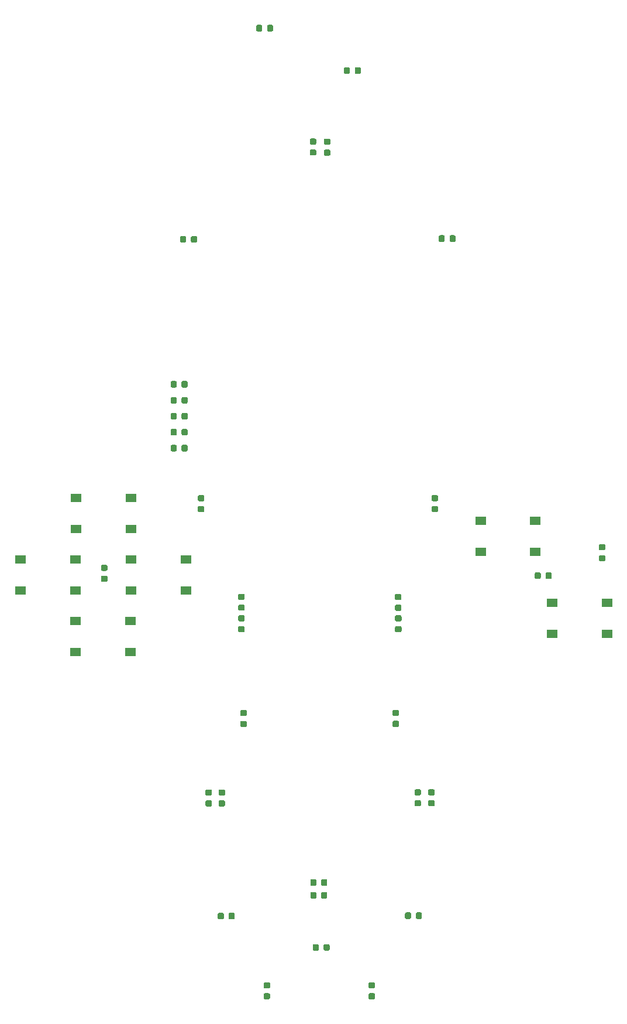
<source format=gtp>
G04 #@! TF.GenerationSoftware,KiCad,Pcbnew,(5.1.0)-1*
G04 #@! TF.CreationDate,2019-06-02T04:00:07-06:00*
G04 #@! TF.ProjectId,hcrn,6863726e-2e6b-4696-9361-645f70636258,0.1*
G04 #@! TF.SameCoordinates,Original*
G04 #@! TF.FileFunction,Paste,Top*
G04 #@! TF.FilePolarity,Positive*
%FSLAX46Y46*%
G04 Gerber Fmt 4.6, Leading zero omitted, Abs format (unit mm)*
G04 Created by KiCad (PCBNEW (5.1.0)-1) date 2019-06-02 04:00:07*
%MOMM*%
%LPD*%
G04 APERTURE LIST*
%ADD10R,1.550000X1.300000*%
%ADD11C,0.100000*%
%ADD12C,0.875000*%
G04 APERTURE END LIST*
D10*
X133535000Y-100620000D03*
X141485000Y-100620000D03*
X133535000Y-105120000D03*
X141485000Y-105120000D03*
D11*
G36*
X159977691Y-91336053D02*
G01*
X159998926Y-91339203D01*
X160019750Y-91344419D01*
X160039962Y-91351651D01*
X160059368Y-91360830D01*
X160077781Y-91371866D01*
X160095024Y-91384654D01*
X160110930Y-91399070D01*
X160125346Y-91414976D01*
X160138134Y-91432219D01*
X160149170Y-91450632D01*
X160158349Y-91470038D01*
X160165581Y-91490250D01*
X160170797Y-91511074D01*
X160173947Y-91532309D01*
X160175000Y-91553750D01*
X160175000Y-91991250D01*
X160173947Y-92012691D01*
X160170797Y-92033926D01*
X160165581Y-92054750D01*
X160158349Y-92074962D01*
X160149170Y-92094368D01*
X160138134Y-92112781D01*
X160125346Y-92130024D01*
X160110930Y-92145930D01*
X160095024Y-92160346D01*
X160077781Y-92173134D01*
X160059368Y-92184170D01*
X160039962Y-92193349D01*
X160019750Y-92200581D01*
X159998926Y-92205797D01*
X159977691Y-92208947D01*
X159956250Y-92210000D01*
X159443750Y-92210000D01*
X159422309Y-92208947D01*
X159401074Y-92205797D01*
X159380250Y-92200581D01*
X159360038Y-92193349D01*
X159340632Y-92184170D01*
X159322219Y-92173134D01*
X159304976Y-92160346D01*
X159289070Y-92145930D01*
X159274654Y-92130024D01*
X159261866Y-92112781D01*
X159250830Y-92094368D01*
X159241651Y-92074962D01*
X159234419Y-92054750D01*
X159229203Y-92033926D01*
X159226053Y-92012691D01*
X159225000Y-91991250D01*
X159225000Y-91553750D01*
X159226053Y-91532309D01*
X159229203Y-91511074D01*
X159234419Y-91490250D01*
X159241651Y-91470038D01*
X159250830Y-91450632D01*
X159261866Y-91432219D01*
X159274654Y-91414976D01*
X159289070Y-91399070D01*
X159304976Y-91384654D01*
X159322219Y-91371866D01*
X159340632Y-91360830D01*
X159360038Y-91351651D01*
X159380250Y-91344419D01*
X159401074Y-91339203D01*
X159422309Y-91336053D01*
X159443750Y-91335000D01*
X159956250Y-91335000D01*
X159977691Y-91336053D01*
X159977691Y-91336053D01*
G37*
D12*
X159700000Y-91772500D03*
D11*
G36*
X159977691Y-92911053D02*
G01*
X159998926Y-92914203D01*
X160019750Y-92919419D01*
X160039962Y-92926651D01*
X160059368Y-92935830D01*
X160077781Y-92946866D01*
X160095024Y-92959654D01*
X160110930Y-92974070D01*
X160125346Y-92989976D01*
X160138134Y-93007219D01*
X160149170Y-93025632D01*
X160158349Y-93045038D01*
X160165581Y-93065250D01*
X160170797Y-93086074D01*
X160173947Y-93107309D01*
X160175000Y-93128750D01*
X160175000Y-93566250D01*
X160173947Y-93587691D01*
X160170797Y-93608926D01*
X160165581Y-93629750D01*
X160158349Y-93649962D01*
X160149170Y-93669368D01*
X160138134Y-93687781D01*
X160125346Y-93705024D01*
X160110930Y-93720930D01*
X160095024Y-93735346D01*
X160077781Y-93748134D01*
X160059368Y-93759170D01*
X160039962Y-93768349D01*
X160019750Y-93775581D01*
X159998926Y-93780797D01*
X159977691Y-93783947D01*
X159956250Y-93785000D01*
X159443750Y-93785000D01*
X159422309Y-93783947D01*
X159401074Y-93780797D01*
X159380250Y-93775581D01*
X159360038Y-93768349D01*
X159340632Y-93759170D01*
X159322219Y-93748134D01*
X159304976Y-93735346D01*
X159289070Y-93720930D01*
X159274654Y-93705024D01*
X159261866Y-93687781D01*
X159250830Y-93669368D01*
X159241651Y-93649962D01*
X159234419Y-93629750D01*
X159229203Y-93608926D01*
X159226053Y-93587691D01*
X159225000Y-93566250D01*
X159225000Y-93128750D01*
X159226053Y-93107309D01*
X159229203Y-93086074D01*
X159234419Y-93065250D01*
X159241651Y-93045038D01*
X159250830Y-93025632D01*
X159261866Y-93007219D01*
X159274654Y-92989976D01*
X159289070Y-92974070D01*
X159304976Y-92959654D01*
X159322219Y-92946866D01*
X159340632Y-92935830D01*
X159360038Y-92926651D01*
X159380250Y-92919419D01*
X159401074Y-92914203D01*
X159422309Y-92911053D01*
X159443750Y-92910000D01*
X159956250Y-92910000D01*
X159977691Y-92911053D01*
X159977691Y-92911053D01*
G37*
D12*
X159700000Y-93347500D03*
D11*
G36*
X157557691Y-74836053D02*
G01*
X157578926Y-74839203D01*
X157599750Y-74844419D01*
X157619962Y-74851651D01*
X157639368Y-74860830D01*
X157657781Y-74871866D01*
X157675024Y-74884654D01*
X157690930Y-74899070D01*
X157705346Y-74914976D01*
X157718134Y-74932219D01*
X157729170Y-74950632D01*
X157738349Y-74970038D01*
X157745581Y-74990250D01*
X157750797Y-75011074D01*
X157753947Y-75032309D01*
X157755000Y-75053750D01*
X157755000Y-75566250D01*
X157753947Y-75587691D01*
X157750797Y-75608926D01*
X157745581Y-75629750D01*
X157738349Y-75649962D01*
X157729170Y-75669368D01*
X157718134Y-75687781D01*
X157705346Y-75705024D01*
X157690930Y-75720930D01*
X157675024Y-75735346D01*
X157657781Y-75748134D01*
X157639368Y-75759170D01*
X157619962Y-75768349D01*
X157599750Y-75775581D01*
X157578926Y-75780797D01*
X157557691Y-75783947D01*
X157536250Y-75785000D01*
X157098750Y-75785000D01*
X157077309Y-75783947D01*
X157056074Y-75780797D01*
X157035250Y-75775581D01*
X157015038Y-75768349D01*
X156995632Y-75759170D01*
X156977219Y-75748134D01*
X156959976Y-75735346D01*
X156944070Y-75720930D01*
X156929654Y-75705024D01*
X156916866Y-75687781D01*
X156905830Y-75669368D01*
X156896651Y-75649962D01*
X156889419Y-75629750D01*
X156884203Y-75608926D01*
X156881053Y-75587691D01*
X156880000Y-75566250D01*
X156880000Y-75053750D01*
X156881053Y-75032309D01*
X156884203Y-75011074D01*
X156889419Y-74990250D01*
X156896651Y-74970038D01*
X156905830Y-74950632D01*
X156916866Y-74932219D01*
X156929654Y-74914976D01*
X156944070Y-74899070D01*
X156959976Y-74884654D01*
X156977219Y-74871866D01*
X156995632Y-74860830D01*
X157015038Y-74851651D01*
X157035250Y-74844419D01*
X157056074Y-74839203D01*
X157077309Y-74836053D01*
X157098750Y-74835000D01*
X157536250Y-74835000D01*
X157557691Y-74836053D01*
X157557691Y-74836053D01*
G37*
D12*
X157317500Y-75310000D03*
D11*
G36*
X155982691Y-74836053D02*
G01*
X156003926Y-74839203D01*
X156024750Y-74844419D01*
X156044962Y-74851651D01*
X156064368Y-74860830D01*
X156082781Y-74871866D01*
X156100024Y-74884654D01*
X156115930Y-74899070D01*
X156130346Y-74914976D01*
X156143134Y-74932219D01*
X156154170Y-74950632D01*
X156163349Y-74970038D01*
X156170581Y-74990250D01*
X156175797Y-75011074D01*
X156178947Y-75032309D01*
X156180000Y-75053750D01*
X156180000Y-75566250D01*
X156178947Y-75587691D01*
X156175797Y-75608926D01*
X156170581Y-75629750D01*
X156163349Y-75649962D01*
X156154170Y-75669368D01*
X156143134Y-75687781D01*
X156130346Y-75705024D01*
X156115930Y-75720930D01*
X156100024Y-75735346D01*
X156082781Y-75748134D01*
X156064368Y-75759170D01*
X156044962Y-75768349D01*
X156024750Y-75775581D01*
X156003926Y-75780797D01*
X155982691Y-75783947D01*
X155961250Y-75785000D01*
X155523750Y-75785000D01*
X155502309Y-75783947D01*
X155481074Y-75780797D01*
X155460250Y-75775581D01*
X155440038Y-75768349D01*
X155420632Y-75759170D01*
X155402219Y-75748134D01*
X155384976Y-75735346D01*
X155369070Y-75720930D01*
X155354654Y-75705024D01*
X155341866Y-75687781D01*
X155330830Y-75669368D01*
X155321651Y-75649962D01*
X155314419Y-75629750D01*
X155309203Y-75608926D01*
X155306053Y-75587691D01*
X155305000Y-75566250D01*
X155305000Y-75053750D01*
X155306053Y-75032309D01*
X155309203Y-75011074D01*
X155314419Y-74990250D01*
X155321651Y-74970038D01*
X155330830Y-74950632D01*
X155341866Y-74932219D01*
X155354654Y-74914976D01*
X155369070Y-74899070D01*
X155384976Y-74884654D01*
X155402219Y-74871866D01*
X155420632Y-74860830D01*
X155440038Y-74851651D01*
X155460250Y-74844419D01*
X155481074Y-74839203D01*
X155502309Y-74836053D01*
X155523750Y-74835000D01*
X155961250Y-74835000D01*
X155982691Y-74836053D01*
X155982691Y-74836053D01*
G37*
D12*
X155742500Y-75310000D03*
D11*
G36*
X155982691Y-77142303D02*
G01*
X156003926Y-77145453D01*
X156024750Y-77150669D01*
X156044962Y-77157901D01*
X156064368Y-77167080D01*
X156082781Y-77178116D01*
X156100024Y-77190904D01*
X156115930Y-77205320D01*
X156130346Y-77221226D01*
X156143134Y-77238469D01*
X156154170Y-77256882D01*
X156163349Y-77276288D01*
X156170581Y-77296500D01*
X156175797Y-77317324D01*
X156178947Y-77338559D01*
X156180000Y-77360000D01*
X156180000Y-77872500D01*
X156178947Y-77893941D01*
X156175797Y-77915176D01*
X156170581Y-77936000D01*
X156163349Y-77956212D01*
X156154170Y-77975618D01*
X156143134Y-77994031D01*
X156130346Y-78011274D01*
X156115930Y-78027180D01*
X156100024Y-78041596D01*
X156082781Y-78054384D01*
X156064368Y-78065420D01*
X156044962Y-78074599D01*
X156024750Y-78081831D01*
X156003926Y-78087047D01*
X155982691Y-78090197D01*
X155961250Y-78091250D01*
X155523750Y-78091250D01*
X155502309Y-78090197D01*
X155481074Y-78087047D01*
X155460250Y-78081831D01*
X155440038Y-78074599D01*
X155420632Y-78065420D01*
X155402219Y-78054384D01*
X155384976Y-78041596D01*
X155369070Y-78027180D01*
X155354654Y-78011274D01*
X155341866Y-77994031D01*
X155330830Y-77975618D01*
X155321651Y-77956212D01*
X155314419Y-77936000D01*
X155309203Y-77915176D01*
X155306053Y-77893941D01*
X155305000Y-77872500D01*
X155305000Y-77360000D01*
X155306053Y-77338559D01*
X155309203Y-77317324D01*
X155314419Y-77296500D01*
X155321651Y-77276288D01*
X155330830Y-77256882D01*
X155341866Y-77238469D01*
X155354654Y-77221226D01*
X155369070Y-77205320D01*
X155384976Y-77190904D01*
X155402219Y-77178116D01*
X155420632Y-77167080D01*
X155440038Y-77157901D01*
X155460250Y-77150669D01*
X155481074Y-77145453D01*
X155502309Y-77142303D01*
X155523750Y-77141250D01*
X155961250Y-77141250D01*
X155982691Y-77142303D01*
X155982691Y-77142303D01*
G37*
D12*
X155742500Y-77616250D03*
D11*
G36*
X157557691Y-77142303D02*
G01*
X157578926Y-77145453D01*
X157599750Y-77150669D01*
X157619962Y-77157901D01*
X157639368Y-77167080D01*
X157657781Y-77178116D01*
X157675024Y-77190904D01*
X157690930Y-77205320D01*
X157705346Y-77221226D01*
X157718134Y-77238469D01*
X157729170Y-77256882D01*
X157738349Y-77276288D01*
X157745581Y-77296500D01*
X157750797Y-77317324D01*
X157753947Y-77338559D01*
X157755000Y-77360000D01*
X157755000Y-77872500D01*
X157753947Y-77893941D01*
X157750797Y-77915176D01*
X157745581Y-77936000D01*
X157738349Y-77956212D01*
X157729170Y-77975618D01*
X157718134Y-77994031D01*
X157705346Y-78011274D01*
X157690930Y-78027180D01*
X157675024Y-78041596D01*
X157657781Y-78054384D01*
X157639368Y-78065420D01*
X157619962Y-78074599D01*
X157599750Y-78081831D01*
X157578926Y-78087047D01*
X157557691Y-78090197D01*
X157536250Y-78091250D01*
X157098750Y-78091250D01*
X157077309Y-78090197D01*
X157056074Y-78087047D01*
X157035250Y-78081831D01*
X157015038Y-78074599D01*
X156995632Y-78065420D01*
X156977219Y-78054384D01*
X156959976Y-78041596D01*
X156944070Y-78027180D01*
X156929654Y-78011274D01*
X156916866Y-77994031D01*
X156905830Y-77975618D01*
X156896651Y-77956212D01*
X156889419Y-77936000D01*
X156884203Y-77915176D01*
X156881053Y-77893941D01*
X156880000Y-77872500D01*
X156880000Y-77360000D01*
X156881053Y-77338559D01*
X156884203Y-77317324D01*
X156889419Y-77296500D01*
X156896651Y-77276288D01*
X156905830Y-77256882D01*
X156916866Y-77238469D01*
X156929654Y-77221226D01*
X156944070Y-77205320D01*
X156959976Y-77190904D01*
X156977219Y-77178116D01*
X156995632Y-77167080D01*
X157015038Y-77157901D01*
X157035250Y-77150669D01*
X157056074Y-77145453D01*
X157077309Y-77142303D01*
X157098750Y-77141250D01*
X157536250Y-77141250D01*
X157557691Y-77142303D01*
X157557691Y-77142303D01*
G37*
D12*
X157317500Y-77616250D03*
D11*
G36*
X155982691Y-79448553D02*
G01*
X156003926Y-79451703D01*
X156024750Y-79456919D01*
X156044962Y-79464151D01*
X156064368Y-79473330D01*
X156082781Y-79484366D01*
X156100024Y-79497154D01*
X156115930Y-79511570D01*
X156130346Y-79527476D01*
X156143134Y-79544719D01*
X156154170Y-79563132D01*
X156163349Y-79582538D01*
X156170581Y-79602750D01*
X156175797Y-79623574D01*
X156178947Y-79644809D01*
X156180000Y-79666250D01*
X156180000Y-80178750D01*
X156178947Y-80200191D01*
X156175797Y-80221426D01*
X156170581Y-80242250D01*
X156163349Y-80262462D01*
X156154170Y-80281868D01*
X156143134Y-80300281D01*
X156130346Y-80317524D01*
X156115930Y-80333430D01*
X156100024Y-80347846D01*
X156082781Y-80360634D01*
X156064368Y-80371670D01*
X156044962Y-80380849D01*
X156024750Y-80388081D01*
X156003926Y-80393297D01*
X155982691Y-80396447D01*
X155961250Y-80397500D01*
X155523750Y-80397500D01*
X155502309Y-80396447D01*
X155481074Y-80393297D01*
X155460250Y-80388081D01*
X155440038Y-80380849D01*
X155420632Y-80371670D01*
X155402219Y-80360634D01*
X155384976Y-80347846D01*
X155369070Y-80333430D01*
X155354654Y-80317524D01*
X155341866Y-80300281D01*
X155330830Y-80281868D01*
X155321651Y-80262462D01*
X155314419Y-80242250D01*
X155309203Y-80221426D01*
X155306053Y-80200191D01*
X155305000Y-80178750D01*
X155305000Y-79666250D01*
X155306053Y-79644809D01*
X155309203Y-79623574D01*
X155314419Y-79602750D01*
X155321651Y-79582538D01*
X155330830Y-79563132D01*
X155341866Y-79544719D01*
X155354654Y-79527476D01*
X155369070Y-79511570D01*
X155384976Y-79497154D01*
X155402219Y-79484366D01*
X155420632Y-79473330D01*
X155440038Y-79464151D01*
X155460250Y-79456919D01*
X155481074Y-79451703D01*
X155502309Y-79448553D01*
X155523750Y-79447500D01*
X155961250Y-79447500D01*
X155982691Y-79448553D01*
X155982691Y-79448553D01*
G37*
D12*
X155742500Y-79922500D03*
D11*
G36*
X157557691Y-79448553D02*
G01*
X157578926Y-79451703D01*
X157599750Y-79456919D01*
X157619962Y-79464151D01*
X157639368Y-79473330D01*
X157657781Y-79484366D01*
X157675024Y-79497154D01*
X157690930Y-79511570D01*
X157705346Y-79527476D01*
X157718134Y-79544719D01*
X157729170Y-79563132D01*
X157738349Y-79582538D01*
X157745581Y-79602750D01*
X157750797Y-79623574D01*
X157753947Y-79644809D01*
X157755000Y-79666250D01*
X157755000Y-80178750D01*
X157753947Y-80200191D01*
X157750797Y-80221426D01*
X157745581Y-80242250D01*
X157738349Y-80262462D01*
X157729170Y-80281868D01*
X157718134Y-80300281D01*
X157705346Y-80317524D01*
X157690930Y-80333430D01*
X157675024Y-80347846D01*
X157657781Y-80360634D01*
X157639368Y-80371670D01*
X157619962Y-80380849D01*
X157599750Y-80388081D01*
X157578926Y-80393297D01*
X157557691Y-80396447D01*
X157536250Y-80397500D01*
X157098750Y-80397500D01*
X157077309Y-80396447D01*
X157056074Y-80393297D01*
X157035250Y-80388081D01*
X157015038Y-80380849D01*
X156995632Y-80371670D01*
X156977219Y-80360634D01*
X156959976Y-80347846D01*
X156944070Y-80333430D01*
X156929654Y-80317524D01*
X156916866Y-80300281D01*
X156905830Y-80281868D01*
X156896651Y-80262462D01*
X156889419Y-80242250D01*
X156884203Y-80221426D01*
X156881053Y-80200191D01*
X156880000Y-80178750D01*
X156880000Y-79666250D01*
X156881053Y-79644809D01*
X156884203Y-79623574D01*
X156889419Y-79602750D01*
X156896651Y-79582538D01*
X156905830Y-79563132D01*
X156916866Y-79544719D01*
X156929654Y-79527476D01*
X156944070Y-79511570D01*
X156959976Y-79497154D01*
X156977219Y-79484366D01*
X156995632Y-79473330D01*
X157015038Y-79464151D01*
X157035250Y-79456919D01*
X157056074Y-79451703D01*
X157077309Y-79448553D01*
X157098750Y-79447500D01*
X157536250Y-79447500D01*
X157557691Y-79448553D01*
X157557691Y-79448553D01*
G37*
D12*
X157317500Y-79922500D03*
D11*
G36*
X155982691Y-81754803D02*
G01*
X156003926Y-81757953D01*
X156024750Y-81763169D01*
X156044962Y-81770401D01*
X156064368Y-81779580D01*
X156082781Y-81790616D01*
X156100024Y-81803404D01*
X156115930Y-81817820D01*
X156130346Y-81833726D01*
X156143134Y-81850969D01*
X156154170Y-81869382D01*
X156163349Y-81888788D01*
X156170581Y-81909000D01*
X156175797Y-81929824D01*
X156178947Y-81951059D01*
X156180000Y-81972500D01*
X156180000Y-82485000D01*
X156178947Y-82506441D01*
X156175797Y-82527676D01*
X156170581Y-82548500D01*
X156163349Y-82568712D01*
X156154170Y-82588118D01*
X156143134Y-82606531D01*
X156130346Y-82623774D01*
X156115930Y-82639680D01*
X156100024Y-82654096D01*
X156082781Y-82666884D01*
X156064368Y-82677920D01*
X156044962Y-82687099D01*
X156024750Y-82694331D01*
X156003926Y-82699547D01*
X155982691Y-82702697D01*
X155961250Y-82703750D01*
X155523750Y-82703750D01*
X155502309Y-82702697D01*
X155481074Y-82699547D01*
X155460250Y-82694331D01*
X155440038Y-82687099D01*
X155420632Y-82677920D01*
X155402219Y-82666884D01*
X155384976Y-82654096D01*
X155369070Y-82639680D01*
X155354654Y-82623774D01*
X155341866Y-82606531D01*
X155330830Y-82588118D01*
X155321651Y-82568712D01*
X155314419Y-82548500D01*
X155309203Y-82527676D01*
X155306053Y-82506441D01*
X155305000Y-82485000D01*
X155305000Y-81972500D01*
X155306053Y-81951059D01*
X155309203Y-81929824D01*
X155314419Y-81909000D01*
X155321651Y-81888788D01*
X155330830Y-81869382D01*
X155341866Y-81850969D01*
X155354654Y-81833726D01*
X155369070Y-81817820D01*
X155384976Y-81803404D01*
X155402219Y-81790616D01*
X155420632Y-81779580D01*
X155440038Y-81770401D01*
X155460250Y-81763169D01*
X155481074Y-81757953D01*
X155502309Y-81754803D01*
X155523750Y-81753750D01*
X155961250Y-81753750D01*
X155982691Y-81754803D01*
X155982691Y-81754803D01*
G37*
D12*
X155742500Y-82228750D03*
D11*
G36*
X157557691Y-81754803D02*
G01*
X157578926Y-81757953D01*
X157599750Y-81763169D01*
X157619962Y-81770401D01*
X157639368Y-81779580D01*
X157657781Y-81790616D01*
X157675024Y-81803404D01*
X157690930Y-81817820D01*
X157705346Y-81833726D01*
X157718134Y-81850969D01*
X157729170Y-81869382D01*
X157738349Y-81888788D01*
X157745581Y-81909000D01*
X157750797Y-81929824D01*
X157753947Y-81951059D01*
X157755000Y-81972500D01*
X157755000Y-82485000D01*
X157753947Y-82506441D01*
X157750797Y-82527676D01*
X157745581Y-82548500D01*
X157738349Y-82568712D01*
X157729170Y-82588118D01*
X157718134Y-82606531D01*
X157705346Y-82623774D01*
X157690930Y-82639680D01*
X157675024Y-82654096D01*
X157657781Y-82666884D01*
X157639368Y-82677920D01*
X157619962Y-82687099D01*
X157599750Y-82694331D01*
X157578926Y-82699547D01*
X157557691Y-82702697D01*
X157536250Y-82703750D01*
X157098750Y-82703750D01*
X157077309Y-82702697D01*
X157056074Y-82699547D01*
X157035250Y-82694331D01*
X157015038Y-82687099D01*
X156995632Y-82677920D01*
X156977219Y-82666884D01*
X156959976Y-82654096D01*
X156944070Y-82639680D01*
X156929654Y-82623774D01*
X156916866Y-82606531D01*
X156905830Y-82588118D01*
X156896651Y-82568712D01*
X156889419Y-82548500D01*
X156884203Y-82527676D01*
X156881053Y-82506441D01*
X156880000Y-82485000D01*
X156880000Y-81972500D01*
X156881053Y-81951059D01*
X156884203Y-81929824D01*
X156889419Y-81909000D01*
X156896651Y-81888788D01*
X156905830Y-81869382D01*
X156916866Y-81850969D01*
X156929654Y-81833726D01*
X156944070Y-81817820D01*
X156959976Y-81803404D01*
X156977219Y-81790616D01*
X156995632Y-81779580D01*
X157015038Y-81770401D01*
X157035250Y-81763169D01*
X157056074Y-81757953D01*
X157077309Y-81754803D01*
X157098750Y-81753750D01*
X157536250Y-81753750D01*
X157557691Y-81754803D01*
X157557691Y-81754803D01*
G37*
D12*
X157317500Y-82228750D03*
D11*
G36*
X157557691Y-84061053D02*
G01*
X157578926Y-84064203D01*
X157599750Y-84069419D01*
X157619962Y-84076651D01*
X157639368Y-84085830D01*
X157657781Y-84096866D01*
X157675024Y-84109654D01*
X157690930Y-84124070D01*
X157705346Y-84139976D01*
X157718134Y-84157219D01*
X157729170Y-84175632D01*
X157738349Y-84195038D01*
X157745581Y-84215250D01*
X157750797Y-84236074D01*
X157753947Y-84257309D01*
X157755000Y-84278750D01*
X157755000Y-84791250D01*
X157753947Y-84812691D01*
X157750797Y-84833926D01*
X157745581Y-84854750D01*
X157738349Y-84874962D01*
X157729170Y-84894368D01*
X157718134Y-84912781D01*
X157705346Y-84930024D01*
X157690930Y-84945930D01*
X157675024Y-84960346D01*
X157657781Y-84973134D01*
X157639368Y-84984170D01*
X157619962Y-84993349D01*
X157599750Y-85000581D01*
X157578926Y-85005797D01*
X157557691Y-85008947D01*
X157536250Y-85010000D01*
X157098750Y-85010000D01*
X157077309Y-85008947D01*
X157056074Y-85005797D01*
X157035250Y-85000581D01*
X157015038Y-84993349D01*
X156995632Y-84984170D01*
X156977219Y-84973134D01*
X156959976Y-84960346D01*
X156944070Y-84945930D01*
X156929654Y-84930024D01*
X156916866Y-84912781D01*
X156905830Y-84894368D01*
X156896651Y-84874962D01*
X156889419Y-84854750D01*
X156884203Y-84833926D01*
X156881053Y-84812691D01*
X156880000Y-84791250D01*
X156880000Y-84278750D01*
X156881053Y-84257309D01*
X156884203Y-84236074D01*
X156889419Y-84215250D01*
X156896651Y-84195038D01*
X156905830Y-84175632D01*
X156916866Y-84157219D01*
X156929654Y-84139976D01*
X156944070Y-84124070D01*
X156959976Y-84109654D01*
X156977219Y-84096866D01*
X156995632Y-84085830D01*
X157015038Y-84076651D01*
X157035250Y-84069419D01*
X157056074Y-84064203D01*
X157077309Y-84061053D01*
X157098750Y-84060000D01*
X157536250Y-84060000D01*
X157557691Y-84061053D01*
X157557691Y-84061053D01*
G37*
D12*
X157317500Y-84535000D03*
D11*
G36*
X155982691Y-84061053D02*
G01*
X156003926Y-84064203D01*
X156024750Y-84069419D01*
X156044962Y-84076651D01*
X156064368Y-84085830D01*
X156082781Y-84096866D01*
X156100024Y-84109654D01*
X156115930Y-84124070D01*
X156130346Y-84139976D01*
X156143134Y-84157219D01*
X156154170Y-84175632D01*
X156163349Y-84195038D01*
X156170581Y-84215250D01*
X156175797Y-84236074D01*
X156178947Y-84257309D01*
X156180000Y-84278750D01*
X156180000Y-84791250D01*
X156178947Y-84812691D01*
X156175797Y-84833926D01*
X156170581Y-84854750D01*
X156163349Y-84874962D01*
X156154170Y-84894368D01*
X156143134Y-84912781D01*
X156130346Y-84930024D01*
X156115930Y-84945930D01*
X156100024Y-84960346D01*
X156082781Y-84973134D01*
X156064368Y-84984170D01*
X156044962Y-84993349D01*
X156024750Y-85000581D01*
X156003926Y-85005797D01*
X155982691Y-85008947D01*
X155961250Y-85010000D01*
X155523750Y-85010000D01*
X155502309Y-85008947D01*
X155481074Y-85005797D01*
X155460250Y-85000581D01*
X155440038Y-84993349D01*
X155420632Y-84984170D01*
X155402219Y-84973134D01*
X155384976Y-84960346D01*
X155369070Y-84945930D01*
X155354654Y-84930024D01*
X155341866Y-84912781D01*
X155330830Y-84894368D01*
X155321651Y-84874962D01*
X155314419Y-84854750D01*
X155309203Y-84833926D01*
X155306053Y-84812691D01*
X155305000Y-84791250D01*
X155305000Y-84278750D01*
X155306053Y-84257309D01*
X155309203Y-84236074D01*
X155314419Y-84215250D01*
X155321651Y-84195038D01*
X155330830Y-84175632D01*
X155341866Y-84157219D01*
X155354654Y-84139976D01*
X155369070Y-84124070D01*
X155384976Y-84109654D01*
X155402219Y-84096866D01*
X155420632Y-84085830D01*
X155440038Y-84076651D01*
X155460250Y-84069419D01*
X155481074Y-84064203D01*
X155502309Y-84061053D01*
X155523750Y-84060000D01*
X155961250Y-84060000D01*
X155982691Y-84061053D01*
X155982691Y-84061053D01*
G37*
D12*
X155742500Y-84535000D03*
D11*
G36*
X145957691Y-101406053D02*
G01*
X145978926Y-101409203D01*
X145999750Y-101414419D01*
X146019962Y-101421651D01*
X146039368Y-101430830D01*
X146057781Y-101441866D01*
X146075024Y-101454654D01*
X146090930Y-101469070D01*
X146105346Y-101484976D01*
X146118134Y-101502219D01*
X146129170Y-101520632D01*
X146138349Y-101540038D01*
X146145581Y-101560250D01*
X146150797Y-101581074D01*
X146153947Y-101602309D01*
X146155000Y-101623750D01*
X146155000Y-102061250D01*
X146153947Y-102082691D01*
X146150797Y-102103926D01*
X146145581Y-102124750D01*
X146138349Y-102144962D01*
X146129170Y-102164368D01*
X146118134Y-102182781D01*
X146105346Y-102200024D01*
X146090930Y-102215930D01*
X146075024Y-102230346D01*
X146057781Y-102243134D01*
X146039368Y-102254170D01*
X146019962Y-102263349D01*
X145999750Y-102270581D01*
X145978926Y-102275797D01*
X145957691Y-102278947D01*
X145936250Y-102280000D01*
X145423750Y-102280000D01*
X145402309Y-102278947D01*
X145381074Y-102275797D01*
X145360250Y-102270581D01*
X145340038Y-102263349D01*
X145320632Y-102254170D01*
X145302219Y-102243134D01*
X145284976Y-102230346D01*
X145269070Y-102215930D01*
X145254654Y-102200024D01*
X145241866Y-102182781D01*
X145230830Y-102164368D01*
X145221651Y-102144962D01*
X145214419Y-102124750D01*
X145209203Y-102103926D01*
X145206053Y-102082691D01*
X145205000Y-102061250D01*
X145205000Y-101623750D01*
X145206053Y-101602309D01*
X145209203Y-101581074D01*
X145214419Y-101560250D01*
X145221651Y-101540038D01*
X145230830Y-101520632D01*
X145241866Y-101502219D01*
X145254654Y-101484976D01*
X145269070Y-101469070D01*
X145284976Y-101454654D01*
X145302219Y-101441866D01*
X145320632Y-101430830D01*
X145340038Y-101421651D01*
X145360250Y-101414419D01*
X145381074Y-101409203D01*
X145402309Y-101406053D01*
X145423750Y-101405000D01*
X145936250Y-101405000D01*
X145957691Y-101406053D01*
X145957691Y-101406053D01*
G37*
D12*
X145680000Y-101842500D03*
D11*
G36*
X145957691Y-102981053D02*
G01*
X145978926Y-102984203D01*
X145999750Y-102989419D01*
X146019962Y-102996651D01*
X146039368Y-103005830D01*
X146057781Y-103016866D01*
X146075024Y-103029654D01*
X146090930Y-103044070D01*
X146105346Y-103059976D01*
X146118134Y-103077219D01*
X146129170Y-103095632D01*
X146138349Y-103115038D01*
X146145581Y-103135250D01*
X146150797Y-103156074D01*
X146153947Y-103177309D01*
X146155000Y-103198750D01*
X146155000Y-103636250D01*
X146153947Y-103657691D01*
X146150797Y-103678926D01*
X146145581Y-103699750D01*
X146138349Y-103719962D01*
X146129170Y-103739368D01*
X146118134Y-103757781D01*
X146105346Y-103775024D01*
X146090930Y-103790930D01*
X146075024Y-103805346D01*
X146057781Y-103818134D01*
X146039368Y-103829170D01*
X146019962Y-103838349D01*
X145999750Y-103845581D01*
X145978926Y-103850797D01*
X145957691Y-103853947D01*
X145936250Y-103855000D01*
X145423750Y-103855000D01*
X145402309Y-103853947D01*
X145381074Y-103850797D01*
X145360250Y-103845581D01*
X145340038Y-103838349D01*
X145320632Y-103829170D01*
X145302219Y-103818134D01*
X145284976Y-103805346D01*
X145269070Y-103790930D01*
X145254654Y-103775024D01*
X145241866Y-103757781D01*
X145230830Y-103739368D01*
X145221651Y-103719962D01*
X145214419Y-103699750D01*
X145209203Y-103678926D01*
X145206053Y-103657691D01*
X145205000Y-103636250D01*
X145205000Y-103198750D01*
X145206053Y-103177309D01*
X145209203Y-103156074D01*
X145214419Y-103135250D01*
X145221651Y-103115038D01*
X145230830Y-103095632D01*
X145241866Y-103077219D01*
X145254654Y-103059976D01*
X145269070Y-103044070D01*
X145284976Y-103029654D01*
X145302219Y-103016866D01*
X145320632Y-103005830D01*
X145340038Y-102996651D01*
X145360250Y-102989419D01*
X145381074Y-102984203D01*
X145402309Y-102981053D01*
X145423750Y-102980000D01*
X145936250Y-102980000D01*
X145957691Y-102981053D01*
X145957691Y-102981053D01*
G37*
D12*
X145680000Y-103417500D03*
D11*
G36*
X157342691Y-53896053D02*
G01*
X157363926Y-53899203D01*
X157384750Y-53904419D01*
X157404962Y-53911651D01*
X157424368Y-53920830D01*
X157442781Y-53931866D01*
X157460024Y-53944654D01*
X157475930Y-53959070D01*
X157490346Y-53974976D01*
X157503134Y-53992219D01*
X157514170Y-54010632D01*
X157523349Y-54030038D01*
X157530581Y-54050250D01*
X157535797Y-54071074D01*
X157538947Y-54092309D01*
X157540000Y-54113750D01*
X157540000Y-54626250D01*
X157538947Y-54647691D01*
X157535797Y-54668926D01*
X157530581Y-54689750D01*
X157523349Y-54709962D01*
X157514170Y-54729368D01*
X157503134Y-54747781D01*
X157490346Y-54765024D01*
X157475930Y-54780930D01*
X157460024Y-54795346D01*
X157442781Y-54808134D01*
X157424368Y-54819170D01*
X157404962Y-54828349D01*
X157384750Y-54835581D01*
X157363926Y-54840797D01*
X157342691Y-54843947D01*
X157321250Y-54845000D01*
X156883750Y-54845000D01*
X156862309Y-54843947D01*
X156841074Y-54840797D01*
X156820250Y-54835581D01*
X156800038Y-54828349D01*
X156780632Y-54819170D01*
X156762219Y-54808134D01*
X156744976Y-54795346D01*
X156729070Y-54780930D01*
X156714654Y-54765024D01*
X156701866Y-54747781D01*
X156690830Y-54729368D01*
X156681651Y-54709962D01*
X156674419Y-54689750D01*
X156669203Y-54668926D01*
X156666053Y-54647691D01*
X156665000Y-54626250D01*
X156665000Y-54113750D01*
X156666053Y-54092309D01*
X156669203Y-54071074D01*
X156674419Y-54050250D01*
X156681651Y-54030038D01*
X156690830Y-54010632D01*
X156701866Y-53992219D01*
X156714654Y-53974976D01*
X156729070Y-53959070D01*
X156744976Y-53944654D01*
X156762219Y-53931866D01*
X156780632Y-53920830D01*
X156800038Y-53911651D01*
X156820250Y-53904419D01*
X156841074Y-53899203D01*
X156862309Y-53896053D01*
X156883750Y-53895000D01*
X157321250Y-53895000D01*
X157342691Y-53896053D01*
X157342691Y-53896053D01*
G37*
D12*
X157102500Y-54370000D03*
D11*
G36*
X158917691Y-53896053D02*
G01*
X158938926Y-53899203D01*
X158959750Y-53904419D01*
X158979962Y-53911651D01*
X158999368Y-53920830D01*
X159017781Y-53931866D01*
X159035024Y-53944654D01*
X159050930Y-53959070D01*
X159065346Y-53974976D01*
X159078134Y-53992219D01*
X159089170Y-54010632D01*
X159098349Y-54030038D01*
X159105581Y-54050250D01*
X159110797Y-54071074D01*
X159113947Y-54092309D01*
X159115000Y-54113750D01*
X159115000Y-54626250D01*
X159113947Y-54647691D01*
X159110797Y-54668926D01*
X159105581Y-54689750D01*
X159098349Y-54709962D01*
X159089170Y-54729368D01*
X159078134Y-54747781D01*
X159065346Y-54765024D01*
X159050930Y-54780930D01*
X159035024Y-54795346D01*
X159017781Y-54808134D01*
X158999368Y-54819170D01*
X158979962Y-54828349D01*
X158959750Y-54835581D01*
X158938926Y-54840797D01*
X158917691Y-54843947D01*
X158896250Y-54845000D01*
X158458750Y-54845000D01*
X158437309Y-54843947D01*
X158416074Y-54840797D01*
X158395250Y-54835581D01*
X158375038Y-54828349D01*
X158355632Y-54819170D01*
X158337219Y-54808134D01*
X158319976Y-54795346D01*
X158304070Y-54780930D01*
X158289654Y-54765024D01*
X158276866Y-54747781D01*
X158265830Y-54729368D01*
X158256651Y-54709962D01*
X158249419Y-54689750D01*
X158244203Y-54668926D01*
X158241053Y-54647691D01*
X158240000Y-54626250D01*
X158240000Y-54113750D01*
X158241053Y-54092309D01*
X158244203Y-54071074D01*
X158249419Y-54050250D01*
X158256651Y-54030038D01*
X158265830Y-54010632D01*
X158276866Y-53992219D01*
X158289654Y-53974976D01*
X158304070Y-53959070D01*
X158319976Y-53944654D01*
X158337219Y-53931866D01*
X158355632Y-53920830D01*
X158375038Y-53911651D01*
X158395250Y-53904419D01*
X158416074Y-53899203D01*
X158437309Y-53896053D01*
X158458750Y-53895000D01*
X158896250Y-53895000D01*
X158917691Y-53896053D01*
X158917691Y-53896053D01*
G37*
D12*
X158677500Y-54370000D03*
D11*
G36*
X165827691Y-107161053D02*
G01*
X165848926Y-107164203D01*
X165869750Y-107169419D01*
X165889962Y-107176651D01*
X165909368Y-107185830D01*
X165927781Y-107196866D01*
X165945024Y-107209654D01*
X165960930Y-107224070D01*
X165975346Y-107239976D01*
X165988134Y-107257219D01*
X165999170Y-107275632D01*
X166008349Y-107295038D01*
X166015581Y-107315250D01*
X166020797Y-107336074D01*
X166023947Y-107357309D01*
X166025000Y-107378750D01*
X166025000Y-107816250D01*
X166023947Y-107837691D01*
X166020797Y-107858926D01*
X166015581Y-107879750D01*
X166008349Y-107899962D01*
X165999170Y-107919368D01*
X165988134Y-107937781D01*
X165975346Y-107955024D01*
X165960930Y-107970930D01*
X165945024Y-107985346D01*
X165927781Y-107998134D01*
X165909368Y-108009170D01*
X165889962Y-108018349D01*
X165869750Y-108025581D01*
X165848926Y-108030797D01*
X165827691Y-108033947D01*
X165806250Y-108035000D01*
X165293750Y-108035000D01*
X165272309Y-108033947D01*
X165251074Y-108030797D01*
X165230250Y-108025581D01*
X165210038Y-108018349D01*
X165190632Y-108009170D01*
X165172219Y-107998134D01*
X165154976Y-107985346D01*
X165139070Y-107970930D01*
X165124654Y-107955024D01*
X165111866Y-107937781D01*
X165100830Y-107919368D01*
X165091651Y-107899962D01*
X165084419Y-107879750D01*
X165079203Y-107858926D01*
X165076053Y-107837691D01*
X165075000Y-107816250D01*
X165075000Y-107378750D01*
X165076053Y-107357309D01*
X165079203Y-107336074D01*
X165084419Y-107315250D01*
X165091651Y-107295038D01*
X165100830Y-107275632D01*
X165111866Y-107257219D01*
X165124654Y-107239976D01*
X165139070Y-107224070D01*
X165154976Y-107209654D01*
X165172219Y-107196866D01*
X165190632Y-107185830D01*
X165210038Y-107176651D01*
X165230250Y-107169419D01*
X165251074Y-107164203D01*
X165272309Y-107161053D01*
X165293750Y-107160000D01*
X165806250Y-107160000D01*
X165827691Y-107161053D01*
X165827691Y-107161053D01*
G37*
D12*
X165550000Y-107597500D03*
D11*
G36*
X165827691Y-105586053D02*
G01*
X165848926Y-105589203D01*
X165869750Y-105594419D01*
X165889962Y-105601651D01*
X165909368Y-105610830D01*
X165927781Y-105621866D01*
X165945024Y-105634654D01*
X165960930Y-105649070D01*
X165975346Y-105664976D01*
X165988134Y-105682219D01*
X165999170Y-105700632D01*
X166008349Y-105720038D01*
X166015581Y-105740250D01*
X166020797Y-105761074D01*
X166023947Y-105782309D01*
X166025000Y-105803750D01*
X166025000Y-106241250D01*
X166023947Y-106262691D01*
X166020797Y-106283926D01*
X166015581Y-106304750D01*
X166008349Y-106324962D01*
X165999170Y-106344368D01*
X165988134Y-106362781D01*
X165975346Y-106380024D01*
X165960930Y-106395930D01*
X165945024Y-106410346D01*
X165927781Y-106423134D01*
X165909368Y-106434170D01*
X165889962Y-106443349D01*
X165869750Y-106450581D01*
X165848926Y-106455797D01*
X165827691Y-106458947D01*
X165806250Y-106460000D01*
X165293750Y-106460000D01*
X165272309Y-106458947D01*
X165251074Y-106455797D01*
X165230250Y-106450581D01*
X165210038Y-106443349D01*
X165190632Y-106434170D01*
X165172219Y-106423134D01*
X165154976Y-106410346D01*
X165139070Y-106395930D01*
X165124654Y-106380024D01*
X165111866Y-106362781D01*
X165100830Y-106344368D01*
X165091651Y-106324962D01*
X165084419Y-106304750D01*
X165079203Y-106283926D01*
X165076053Y-106262691D01*
X165075000Y-106241250D01*
X165075000Y-105803750D01*
X165076053Y-105782309D01*
X165079203Y-105761074D01*
X165084419Y-105740250D01*
X165091651Y-105720038D01*
X165100830Y-105700632D01*
X165111866Y-105682219D01*
X165124654Y-105664976D01*
X165139070Y-105649070D01*
X165154976Y-105634654D01*
X165172219Y-105621866D01*
X165190632Y-105610830D01*
X165210038Y-105601651D01*
X165230250Y-105594419D01*
X165251074Y-105589203D01*
X165272309Y-105586053D01*
X165293750Y-105585000D01*
X165806250Y-105585000D01*
X165827691Y-105586053D01*
X165827691Y-105586053D01*
G37*
D12*
X165550000Y-106022500D03*
D11*
G36*
X165827691Y-110271053D02*
G01*
X165848926Y-110274203D01*
X165869750Y-110279419D01*
X165889962Y-110286651D01*
X165909368Y-110295830D01*
X165927781Y-110306866D01*
X165945024Y-110319654D01*
X165960930Y-110334070D01*
X165975346Y-110349976D01*
X165988134Y-110367219D01*
X165999170Y-110385632D01*
X166008349Y-110405038D01*
X166015581Y-110425250D01*
X166020797Y-110446074D01*
X166023947Y-110467309D01*
X166025000Y-110488750D01*
X166025000Y-110926250D01*
X166023947Y-110947691D01*
X166020797Y-110968926D01*
X166015581Y-110989750D01*
X166008349Y-111009962D01*
X165999170Y-111029368D01*
X165988134Y-111047781D01*
X165975346Y-111065024D01*
X165960930Y-111080930D01*
X165945024Y-111095346D01*
X165927781Y-111108134D01*
X165909368Y-111119170D01*
X165889962Y-111128349D01*
X165869750Y-111135581D01*
X165848926Y-111140797D01*
X165827691Y-111143947D01*
X165806250Y-111145000D01*
X165293750Y-111145000D01*
X165272309Y-111143947D01*
X165251074Y-111140797D01*
X165230250Y-111135581D01*
X165210038Y-111128349D01*
X165190632Y-111119170D01*
X165172219Y-111108134D01*
X165154976Y-111095346D01*
X165139070Y-111080930D01*
X165124654Y-111065024D01*
X165111866Y-111047781D01*
X165100830Y-111029368D01*
X165091651Y-111009962D01*
X165084419Y-110989750D01*
X165079203Y-110968926D01*
X165076053Y-110947691D01*
X165075000Y-110926250D01*
X165075000Y-110488750D01*
X165076053Y-110467309D01*
X165079203Y-110446074D01*
X165084419Y-110425250D01*
X165091651Y-110405038D01*
X165100830Y-110385632D01*
X165111866Y-110367219D01*
X165124654Y-110349976D01*
X165139070Y-110334070D01*
X165154976Y-110319654D01*
X165172219Y-110306866D01*
X165190632Y-110295830D01*
X165210038Y-110286651D01*
X165230250Y-110279419D01*
X165251074Y-110274203D01*
X165272309Y-110271053D01*
X165293750Y-110270000D01*
X165806250Y-110270000D01*
X165827691Y-110271053D01*
X165827691Y-110271053D01*
G37*
D12*
X165550000Y-110707500D03*
D11*
G36*
X165827691Y-108696053D02*
G01*
X165848926Y-108699203D01*
X165869750Y-108704419D01*
X165889962Y-108711651D01*
X165909368Y-108720830D01*
X165927781Y-108731866D01*
X165945024Y-108744654D01*
X165960930Y-108759070D01*
X165975346Y-108774976D01*
X165988134Y-108792219D01*
X165999170Y-108810632D01*
X166008349Y-108830038D01*
X166015581Y-108850250D01*
X166020797Y-108871074D01*
X166023947Y-108892309D01*
X166025000Y-108913750D01*
X166025000Y-109351250D01*
X166023947Y-109372691D01*
X166020797Y-109393926D01*
X166015581Y-109414750D01*
X166008349Y-109434962D01*
X165999170Y-109454368D01*
X165988134Y-109472781D01*
X165975346Y-109490024D01*
X165960930Y-109505930D01*
X165945024Y-109520346D01*
X165927781Y-109533134D01*
X165909368Y-109544170D01*
X165889962Y-109553349D01*
X165869750Y-109560581D01*
X165848926Y-109565797D01*
X165827691Y-109568947D01*
X165806250Y-109570000D01*
X165293750Y-109570000D01*
X165272309Y-109568947D01*
X165251074Y-109565797D01*
X165230250Y-109560581D01*
X165210038Y-109553349D01*
X165190632Y-109544170D01*
X165172219Y-109533134D01*
X165154976Y-109520346D01*
X165139070Y-109505930D01*
X165124654Y-109490024D01*
X165111866Y-109472781D01*
X165100830Y-109454368D01*
X165091651Y-109434962D01*
X165084419Y-109414750D01*
X165079203Y-109393926D01*
X165076053Y-109372691D01*
X165075000Y-109351250D01*
X165075000Y-108913750D01*
X165076053Y-108892309D01*
X165079203Y-108871074D01*
X165084419Y-108850250D01*
X165091651Y-108830038D01*
X165100830Y-108810632D01*
X165111866Y-108792219D01*
X165124654Y-108774976D01*
X165139070Y-108759070D01*
X165154976Y-108744654D01*
X165172219Y-108731866D01*
X165190632Y-108720830D01*
X165210038Y-108711651D01*
X165230250Y-108704419D01*
X165251074Y-108699203D01*
X165272309Y-108696053D01*
X165293750Y-108695000D01*
X165806250Y-108695000D01*
X165827691Y-108696053D01*
X165827691Y-108696053D01*
G37*
D12*
X165550000Y-109132500D03*
D11*
G36*
X166117691Y-122386053D02*
G01*
X166138926Y-122389203D01*
X166159750Y-122394419D01*
X166179962Y-122401651D01*
X166199368Y-122410830D01*
X166217781Y-122421866D01*
X166235024Y-122434654D01*
X166250930Y-122449070D01*
X166265346Y-122464976D01*
X166278134Y-122482219D01*
X166289170Y-122500632D01*
X166298349Y-122520038D01*
X166305581Y-122540250D01*
X166310797Y-122561074D01*
X166313947Y-122582309D01*
X166315000Y-122603750D01*
X166315000Y-123041250D01*
X166313947Y-123062691D01*
X166310797Y-123083926D01*
X166305581Y-123104750D01*
X166298349Y-123124962D01*
X166289170Y-123144368D01*
X166278134Y-123162781D01*
X166265346Y-123180024D01*
X166250930Y-123195930D01*
X166235024Y-123210346D01*
X166217781Y-123223134D01*
X166199368Y-123234170D01*
X166179962Y-123243349D01*
X166159750Y-123250581D01*
X166138926Y-123255797D01*
X166117691Y-123258947D01*
X166096250Y-123260000D01*
X165583750Y-123260000D01*
X165562309Y-123258947D01*
X165541074Y-123255797D01*
X165520250Y-123250581D01*
X165500038Y-123243349D01*
X165480632Y-123234170D01*
X165462219Y-123223134D01*
X165444976Y-123210346D01*
X165429070Y-123195930D01*
X165414654Y-123180024D01*
X165401866Y-123162781D01*
X165390830Y-123144368D01*
X165381651Y-123124962D01*
X165374419Y-123104750D01*
X165369203Y-123083926D01*
X165366053Y-123062691D01*
X165365000Y-123041250D01*
X165365000Y-122603750D01*
X165366053Y-122582309D01*
X165369203Y-122561074D01*
X165374419Y-122540250D01*
X165381651Y-122520038D01*
X165390830Y-122500632D01*
X165401866Y-122482219D01*
X165414654Y-122464976D01*
X165429070Y-122449070D01*
X165444976Y-122434654D01*
X165462219Y-122421866D01*
X165480632Y-122410830D01*
X165500038Y-122401651D01*
X165520250Y-122394419D01*
X165541074Y-122389203D01*
X165562309Y-122386053D01*
X165583750Y-122385000D01*
X166096250Y-122385000D01*
X166117691Y-122386053D01*
X166117691Y-122386053D01*
G37*
D12*
X165840000Y-122822500D03*
D11*
G36*
X166117691Y-123961053D02*
G01*
X166138926Y-123964203D01*
X166159750Y-123969419D01*
X166179962Y-123976651D01*
X166199368Y-123985830D01*
X166217781Y-123996866D01*
X166235024Y-124009654D01*
X166250930Y-124024070D01*
X166265346Y-124039976D01*
X166278134Y-124057219D01*
X166289170Y-124075632D01*
X166298349Y-124095038D01*
X166305581Y-124115250D01*
X166310797Y-124136074D01*
X166313947Y-124157309D01*
X166315000Y-124178750D01*
X166315000Y-124616250D01*
X166313947Y-124637691D01*
X166310797Y-124658926D01*
X166305581Y-124679750D01*
X166298349Y-124699962D01*
X166289170Y-124719368D01*
X166278134Y-124737781D01*
X166265346Y-124755024D01*
X166250930Y-124770930D01*
X166235024Y-124785346D01*
X166217781Y-124798134D01*
X166199368Y-124809170D01*
X166179962Y-124818349D01*
X166159750Y-124825581D01*
X166138926Y-124830797D01*
X166117691Y-124833947D01*
X166096250Y-124835000D01*
X165583750Y-124835000D01*
X165562309Y-124833947D01*
X165541074Y-124830797D01*
X165520250Y-124825581D01*
X165500038Y-124818349D01*
X165480632Y-124809170D01*
X165462219Y-124798134D01*
X165444976Y-124785346D01*
X165429070Y-124770930D01*
X165414654Y-124755024D01*
X165401866Y-124737781D01*
X165390830Y-124719368D01*
X165381651Y-124699962D01*
X165374419Y-124679750D01*
X165369203Y-124658926D01*
X165366053Y-124637691D01*
X165365000Y-124616250D01*
X165365000Y-124178750D01*
X165366053Y-124157309D01*
X165369203Y-124136074D01*
X165374419Y-124115250D01*
X165381651Y-124095038D01*
X165390830Y-124075632D01*
X165401866Y-124057219D01*
X165414654Y-124039976D01*
X165429070Y-124024070D01*
X165444976Y-124009654D01*
X165462219Y-123996866D01*
X165480632Y-123985830D01*
X165500038Y-123976651D01*
X165520250Y-123969419D01*
X165541074Y-123964203D01*
X165562309Y-123961053D01*
X165583750Y-123960000D01*
X166096250Y-123960000D01*
X166117691Y-123961053D01*
X166117691Y-123961053D01*
G37*
D12*
X165840000Y-124397500D03*
D11*
G36*
X164367691Y-151696053D02*
G01*
X164388926Y-151699203D01*
X164409750Y-151704419D01*
X164429962Y-151711651D01*
X164449368Y-151720830D01*
X164467781Y-151731866D01*
X164485024Y-151744654D01*
X164500930Y-151759070D01*
X164515346Y-151774976D01*
X164528134Y-151792219D01*
X164539170Y-151810632D01*
X164548349Y-151830038D01*
X164555581Y-151850250D01*
X164560797Y-151871074D01*
X164563947Y-151892309D01*
X164565000Y-151913750D01*
X164565000Y-152426250D01*
X164563947Y-152447691D01*
X164560797Y-152468926D01*
X164555581Y-152489750D01*
X164548349Y-152509962D01*
X164539170Y-152529368D01*
X164528134Y-152547781D01*
X164515346Y-152565024D01*
X164500930Y-152580930D01*
X164485024Y-152595346D01*
X164467781Y-152608134D01*
X164449368Y-152619170D01*
X164429962Y-152628349D01*
X164409750Y-152635581D01*
X164388926Y-152640797D01*
X164367691Y-152643947D01*
X164346250Y-152645000D01*
X163908750Y-152645000D01*
X163887309Y-152643947D01*
X163866074Y-152640797D01*
X163845250Y-152635581D01*
X163825038Y-152628349D01*
X163805632Y-152619170D01*
X163787219Y-152608134D01*
X163769976Y-152595346D01*
X163754070Y-152580930D01*
X163739654Y-152565024D01*
X163726866Y-152547781D01*
X163715830Y-152529368D01*
X163706651Y-152509962D01*
X163699419Y-152489750D01*
X163694203Y-152468926D01*
X163691053Y-152447691D01*
X163690000Y-152426250D01*
X163690000Y-151913750D01*
X163691053Y-151892309D01*
X163694203Y-151871074D01*
X163699419Y-151850250D01*
X163706651Y-151830038D01*
X163715830Y-151810632D01*
X163726866Y-151792219D01*
X163739654Y-151774976D01*
X163754070Y-151759070D01*
X163769976Y-151744654D01*
X163787219Y-151731866D01*
X163805632Y-151720830D01*
X163825038Y-151711651D01*
X163845250Y-151704419D01*
X163866074Y-151699203D01*
X163887309Y-151696053D01*
X163908750Y-151695000D01*
X164346250Y-151695000D01*
X164367691Y-151696053D01*
X164367691Y-151696053D01*
G37*
D12*
X164127500Y-152170000D03*
D11*
G36*
X162792691Y-151696053D02*
G01*
X162813926Y-151699203D01*
X162834750Y-151704419D01*
X162854962Y-151711651D01*
X162874368Y-151720830D01*
X162892781Y-151731866D01*
X162910024Y-151744654D01*
X162925930Y-151759070D01*
X162940346Y-151774976D01*
X162953134Y-151792219D01*
X162964170Y-151810632D01*
X162973349Y-151830038D01*
X162980581Y-151850250D01*
X162985797Y-151871074D01*
X162988947Y-151892309D01*
X162990000Y-151913750D01*
X162990000Y-152426250D01*
X162988947Y-152447691D01*
X162985797Y-152468926D01*
X162980581Y-152489750D01*
X162973349Y-152509962D01*
X162964170Y-152529368D01*
X162953134Y-152547781D01*
X162940346Y-152565024D01*
X162925930Y-152580930D01*
X162910024Y-152595346D01*
X162892781Y-152608134D01*
X162874368Y-152619170D01*
X162854962Y-152628349D01*
X162834750Y-152635581D01*
X162813926Y-152640797D01*
X162792691Y-152643947D01*
X162771250Y-152645000D01*
X162333750Y-152645000D01*
X162312309Y-152643947D01*
X162291074Y-152640797D01*
X162270250Y-152635581D01*
X162250038Y-152628349D01*
X162230632Y-152619170D01*
X162212219Y-152608134D01*
X162194976Y-152595346D01*
X162179070Y-152580930D01*
X162164654Y-152565024D01*
X162151866Y-152547781D01*
X162140830Y-152529368D01*
X162131651Y-152509962D01*
X162124419Y-152489750D01*
X162119203Y-152468926D01*
X162116053Y-152447691D01*
X162115000Y-152426250D01*
X162115000Y-151913750D01*
X162116053Y-151892309D01*
X162119203Y-151871074D01*
X162124419Y-151850250D01*
X162131651Y-151830038D01*
X162140830Y-151810632D01*
X162151866Y-151792219D01*
X162164654Y-151774976D01*
X162179070Y-151759070D01*
X162194976Y-151744654D01*
X162212219Y-151731866D01*
X162230632Y-151720830D01*
X162250038Y-151711651D01*
X162270250Y-151704419D01*
X162291074Y-151699203D01*
X162312309Y-151696053D01*
X162333750Y-151695000D01*
X162771250Y-151695000D01*
X162792691Y-151696053D01*
X162792691Y-151696053D01*
G37*
D12*
X162552500Y-152170000D03*
D11*
G36*
X162987691Y-135451053D02*
G01*
X163008926Y-135454203D01*
X163029750Y-135459419D01*
X163049962Y-135466651D01*
X163069368Y-135475830D01*
X163087781Y-135486866D01*
X163105024Y-135499654D01*
X163120930Y-135514070D01*
X163135346Y-135529976D01*
X163148134Y-135547219D01*
X163159170Y-135565632D01*
X163168349Y-135585038D01*
X163175581Y-135605250D01*
X163180797Y-135626074D01*
X163183947Y-135647309D01*
X163185000Y-135668750D01*
X163185000Y-136106250D01*
X163183947Y-136127691D01*
X163180797Y-136148926D01*
X163175581Y-136169750D01*
X163168349Y-136189962D01*
X163159170Y-136209368D01*
X163148134Y-136227781D01*
X163135346Y-136245024D01*
X163120930Y-136260930D01*
X163105024Y-136275346D01*
X163087781Y-136288134D01*
X163069368Y-136299170D01*
X163049962Y-136308349D01*
X163029750Y-136315581D01*
X163008926Y-136320797D01*
X162987691Y-136323947D01*
X162966250Y-136325000D01*
X162453750Y-136325000D01*
X162432309Y-136323947D01*
X162411074Y-136320797D01*
X162390250Y-136315581D01*
X162370038Y-136308349D01*
X162350632Y-136299170D01*
X162332219Y-136288134D01*
X162314976Y-136275346D01*
X162299070Y-136260930D01*
X162284654Y-136245024D01*
X162271866Y-136227781D01*
X162260830Y-136209368D01*
X162251651Y-136189962D01*
X162244419Y-136169750D01*
X162239203Y-136148926D01*
X162236053Y-136127691D01*
X162235000Y-136106250D01*
X162235000Y-135668750D01*
X162236053Y-135647309D01*
X162239203Y-135626074D01*
X162244419Y-135605250D01*
X162251651Y-135585038D01*
X162260830Y-135565632D01*
X162271866Y-135547219D01*
X162284654Y-135529976D01*
X162299070Y-135514070D01*
X162314976Y-135499654D01*
X162332219Y-135486866D01*
X162350632Y-135475830D01*
X162370038Y-135466651D01*
X162390250Y-135459419D01*
X162411074Y-135454203D01*
X162432309Y-135451053D01*
X162453750Y-135450000D01*
X162966250Y-135450000D01*
X162987691Y-135451053D01*
X162987691Y-135451053D01*
G37*
D12*
X162710000Y-135887500D03*
D11*
G36*
X162987691Y-133876053D02*
G01*
X163008926Y-133879203D01*
X163029750Y-133884419D01*
X163049962Y-133891651D01*
X163069368Y-133900830D01*
X163087781Y-133911866D01*
X163105024Y-133924654D01*
X163120930Y-133939070D01*
X163135346Y-133954976D01*
X163148134Y-133972219D01*
X163159170Y-133990632D01*
X163168349Y-134010038D01*
X163175581Y-134030250D01*
X163180797Y-134051074D01*
X163183947Y-134072309D01*
X163185000Y-134093750D01*
X163185000Y-134531250D01*
X163183947Y-134552691D01*
X163180797Y-134573926D01*
X163175581Y-134594750D01*
X163168349Y-134614962D01*
X163159170Y-134634368D01*
X163148134Y-134652781D01*
X163135346Y-134670024D01*
X163120930Y-134685930D01*
X163105024Y-134700346D01*
X163087781Y-134713134D01*
X163069368Y-134724170D01*
X163049962Y-134733349D01*
X163029750Y-134740581D01*
X163008926Y-134745797D01*
X162987691Y-134748947D01*
X162966250Y-134750000D01*
X162453750Y-134750000D01*
X162432309Y-134748947D01*
X162411074Y-134745797D01*
X162390250Y-134740581D01*
X162370038Y-134733349D01*
X162350632Y-134724170D01*
X162332219Y-134713134D01*
X162314976Y-134700346D01*
X162299070Y-134685930D01*
X162284654Y-134670024D01*
X162271866Y-134652781D01*
X162260830Y-134634368D01*
X162251651Y-134614962D01*
X162244419Y-134594750D01*
X162239203Y-134573926D01*
X162236053Y-134552691D01*
X162235000Y-134531250D01*
X162235000Y-134093750D01*
X162236053Y-134072309D01*
X162239203Y-134051074D01*
X162244419Y-134030250D01*
X162251651Y-134010038D01*
X162260830Y-133990632D01*
X162271866Y-133972219D01*
X162284654Y-133954976D01*
X162299070Y-133939070D01*
X162314976Y-133924654D01*
X162332219Y-133911866D01*
X162350632Y-133900830D01*
X162370038Y-133891651D01*
X162390250Y-133884419D01*
X162411074Y-133879203D01*
X162432309Y-133876053D01*
X162453750Y-133875000D01*
X162966250Y-133875000D01*
X162987691Y-133876053D01*
X162987691Y-133876053D01*
G37*
D12*
X162710000Y-134312500D03*
D11*
G36*
X161077691Y-133876053D02*
G01*
X161098926Y-133879203D01*
X161119750Y-133884419D01*
X161139962Y-133891651D01*
X161159368Y-133900830D01*
X161177781Y-133911866D01*
X161195024Y-133924654D01*
X161210930Y-133939070D01*
X161225346Y-133954976D01*
X161238134Y-133972219D01*
X161249170Y-133990632D01*
X161258349Y-134010038D01*
X161265581Y-134030250D01*
X161270797Y-134051074D01*
X161273947Y-134072309D01*
X161275000Y-134093750D01*
X161275000Y-134531250D01*
X161273947Y-134552691D01*
X161270797Y-134573926D01*
X161265581Y-134594750D01*
X161258349Y-134614962D01*
X161249170Y-134634368D01*
X161238134Y-134652781D01*
X161225346Y-134670024D01*
X161210930Y-134685930D01*
X161195024Y-134700346D01*
X161177781Y-134713134D01*
X161159368Y-134724170D01*
X161139962Y-134733349D01*
X161119750Y-134740581D01*
X161098926Y-134745797D01*
X161077691Y-134748947D01*
X161056250Y-134750000D01*
X160543750Y-134750000D01*
X160522309Y-134748947D01*
X160501074Y-134745797D01*
X160480250Y-134740581D01*
X160460038Y-134733349D01*
X160440632Y-134724170D01*
X160422219Y-134713134D01*
X160404976Y-134700346D01*
X160389070Y-134685930D01*
X160374654Y-134670024D01*
X160361866Y-134652781D01*
X160350830Y-134634368D01*
X160341651Y-134614962D01*
X160334419Y-134594750D01*
X160329203Y-134573926D01*
X160326053Y-134552691D01*
X160325000Y-134531250D01*
X160325000Y-134093750D01*
X160326053Y-134072309D01*
X160329203Y-134051074D01*
X160334419Y-134030250D01*
X160341651Y-134010038D01*
X160350830Y-133990632D01*
X160361866Y-133972219D01*
X160374654Y-133954976D01*
X160389070Y-133939070D01*
X160404976Y-133924654D01*
X160422219Y-133911866D01*
X160440632Y-133900830D01*
X160460038Y-133891651D01*
X160480250Y-133884419D01*
X160501074Y-133879203D01*
X160522309Y-133876053D01*
X160543750Y-133875000D01*
X161056250Y-133875000D01*
X161077691Y-133876053D01*
X161077691Y-133876053D01*
G37*
D12*
X160800000Y-134312500D03*
D11*
G36*
X161077691Y-135451053D02*
G01*
X161098926Y-135454203D01*
X161119750Y-135459419D01*
X161139962Y-135466651D01*
X161159368Y-135475830D01*
X161177781Y-135486866D01*
X161195024Y-135499654D01*
X161210930Y-135514070D01*
X161225346Y-135529976D01*
X161238134Y-135547219D01*
X161249170Y-135565632D01*
X161258349Y-135585038D01*
X161265581Y-135605250D01*
X161270797Y-135626074D01*
X161273947Y-135647309D01*
X161275000Y-135668750D01*
X161275000Y-136106250D01*
X161273947Y-136127691D01*
X161270797Y-136148926D01*
X161265581Y-136169750D01*
X161258349Y-136189962D01*
X161249170Y-136209368D01*
X161238134Y-136227781D01*
X161225346Y-136245024D01*
X161210930Y-136260930D01*
X161195024Y-136275346D01*
X161177781Y-136288134D01*
X161159368Y-136299170D01*
X161139962Y-136308349D01*
X161119750Y-136315581D01*
X161098926Y-136320797D01*
X161077691Y-136323947D01*
X161056250Y-136325000D01*
X160543750Y-136325000D01*
X160522309Y-136323947D01*
X160501074Y-136320797D01*
X160480250Y-136315581D01*
X160460038Y-136308349D01*
X160440632Y-136299170D01*
X160422219Y-136288134D01*
X160404976Y-136275346D01*
X160389070Y-136260930D01*
X160374654Y-136245024D01*
X160361866Y-136227781D01*
X160350830Y-136209368D01*
X160341651Y-136189962D01*
X160334419Y-136169750D01*
X160329203Y-136148926D01*
X160326053Y-136127691D01*
X160325000Y-136106250D01*
X160325000Y-135668750D01*
X160326053Y-135647309D01*
X160329203Y-135626074D01*
X160334419Y-135605250D01*
X160341651Y-135585038D01*
X160350830Y-135565632D01*
X160361866Y-135547219D01*
X160374654Y-135529976D01*
X160389070Y-135514070D01*
X160404976Y-135499654D01*
X160422219Y-135486866D01*
X160440632Y-135475830D01*
X160460038Y-135466651D01*
X160480250Y-135459419D01*
X160501074Y-135454203D01*
X160522309Y-135451053D01*
X160543750Y-135450000D01*
X161056250Y-135450000D01*
X161077691Y-135451053D01*
X161077691Y-135451053D01*
G37*
D12*
X160800000Y-135887500D03*
D11*
G36*
X188517691Y-105606053D02*
G01*
X188538926Y-105609203D01*
X188559750Y-105614419D01*
X188579962Y-105621651D01*
X188599368Y-105630830D01*
X188617781Y-105641866D01*
X188635024Y-105654654D01*
X188650930Y-105669070D01*
X188665346Y-105684976D01*
X188678134Y-105702219D01*
X188689170Y-105720632D01*
X188698349Y-105740038D01*
X188705581Y-105760250D01*
X188710797Y-105781074D01*
X188713947Y-105802309D01*
X188715000Y-105823750D01*
X188715000Y-106261250D01*
X188713947Y-106282691D01*
X188710797Y-106303926D01*
X188705581Y-106324750D01*
X188698349Y-106344962D01*
X188689170Y-106364368D01*
X188678134Y-106382781D01*
X188665346Y-106400024D01*
X188650930Y-106415930D01*
X188635024Y-106430346D01*
X188617781Y-106443134D01*
X188599368Y-106454170D01*
X188579962Y-106463349D01*
X188559750Y-106470581D01*
X188538926Y-106475797D01*
X188517691Y-106478947D01*
X188496250Y-106480000D01*
X187983750Y-106480000D01*
X187962309Y-106478947D01*
X187941074Y-106475797D01*
X187920250Y-106470581D01*
X187900038Y-106463349D01*
X187880632Y-106454170D01*
X187862219Y-106443134D01*
X187844976Y-106430346D01*
X187829070Y-106415930D01*
X187814654Y-106400024D01*
X187801866Y-106382781D01*
X187790830Y-106364368D01*
X187781651Y-106344962D01*
X187774419Y-106324750D01*
X187769203Y-106303926D01*
X187766053Y-106282691D01*
X187765000Y-106261250D01*
X187765000Y-105823750D01*
X187766053Y-105802309D01*
X187769203Y-105781074D01*
X187774419Y-105760250D01*
X187781651Y-105740038D01*
X187790830Y-105720632D01*
X187801866Y-105702219D01*
X187814654Y-105684976D01*
X187829070Y-105669070D01*
X187844976Y-105654654D01*
X187862219Y-105641866D01*
X187880632Y-105630830D01*
X187900038Y-105621651D01*
X187920250Y-105614419D01*
X187941074Y-105609203D01*
X187962309Y-105606053D01*
X187983750Y-105605000D01*
X188496250Y-105605000D01*
X188517691Y-105606053D01*
X188517691Y-105606053D01*
G37*
D12*
X188240000Y-106042500D03*
D11*
G36*
X188517691Y-107181053D02*
G01*
X188538926Y-107184203D01*
X188559750Y-107189419D01*
X188579962Y-107196651D01*
X188599368Y-107205830D01*
X188617781Y-107216866D01*
X188635024Y-107229654D01*
X188650930Y-107244070D01*
X188665346Y-107259976D01*
X188678134Y-107277219D01*
X188689170Y-107295632D01*
X188698349Y-107315038D01*
X188705581Y-107335250D01*
X188710797Y-107356074D01*
X188713947Y-107377309D01*
X188715000Y-107398750D01*
X188715000Y-107836250D01*
X188713947Y-107857691D01*
X188710797Y-107878926D01*
X188705581Y-107899750D01*
X188698349Y-107919962D01*
X188689170Y-107939368D01*
X188678134Y-107957781D01*
X188665346Y-107975024D01*
X188650930Y-107990930D01*
X188635024Y-108005346D01*
X188617781Y-108018134D01*
X188599368Y-108029170D01*
X188579962Y-108038349D01*
X188559750Y-108045581D01*
X188538926Y-108050797D01*
X188517691Y-108053947D01*
X188496250Y-108055000D01*
X187983750Y-108055000D01*
X187962309Y-108053947D01*
X187941074Y-108050797D01*
X187920250Y-108045581D01*
X187900038Y-108038349D01*
X187880632Y-108029170D01*
X187862219Y-108018134D01*
X187844976Y-108005346D01*
X187829070Y-107990930D01*
X187814654Y-107975024D01*
X187801866Y-107957781D01*
X187790830Y-107939368D01*
X187781651Y-107919962D01*
X187774419Y-107899750D01*
X187769203Y-107878926D01*
X187766053Y-107857691D01*
X187765000Y-107836250D01*
X187765000Y-107398750D01*
X187766053Y-107377309D01*
X187769203Y-107356074D01*
X187774419Y-107335250D01*
X187781651Y-107315038D01*
X187790830Y-107295632D01*
X187801866Y-107277219D01*
X187814654Y-107259976D01*
X187829070Y-107244070D01*
X187844976Y-107229654D01*
X187862219Y-107216866D01*
X187880632Y-107205830D01*
X187900038Y-107196651D01*
X187920250Y-107189419D01*
X187941074Y-107184203D01*
X187962309Y-107181053D01*
X187983750Y-107180000D01*
X188496250Y-107180000D01*
X188517691Y-107181053D01*
X188517691Y-107181053D01*
G37*
D12*
X188240000Y-107617500D03*
D11*
G36*
X188527691Y-110271053D02*
G01*
X188548926Y-110274203D01*
X188569750Y-110279419D01*
X188589962Y-110286651D01*
X188609368Y-110295830D01*
X188627781Y-110306866D01*
X188645024Y-110319654D01*
X188660930Y-110334070D01*
X188675346Y-110349976D01*
X188688134Y-110367219D01*
X188699170Y-110385632D01*
X188708349Y-110405038D01*
X188715581Y-110425250D01*
X188720797Y-110446074D01*
X188723947Y-110467309D01*
X188725000Y-110488750D01*
X188725000Y-110926250D01*
X188723947Y-110947691D01*
X188720797Y-110968926D01*
X188715581Y-110989750D01*
X188708349Y-111009962D01*
X188699170Y-111029368D01*
X188688134Y-111047781D01*
X188675346Y-111065024D01*
X188660930Y-111080930D01*
X188645024Y-111095346D01*
X188627781Y-111108134D01*
X188609368Y-111119170D01*
X188589962Y-111128349D01*
X188569750Y-111135581D01*
X188548926Y-111140797D01*
X188527691Y-111143947D01*
X188506250Y-111145000D01*
X187993750Y-111145000D01*
X187972309Y-111143947D01*
X187951074Y-111140797D01*
X187930250Y-111135581D01*
X187910038Y-111128349D01*
X187890632Y-111119170D01*
X187872219Y-111108134D01*
X187854976Y-111095346D01*
X187839070Y-111080930D01*
X187824654Y-111065024D01*
X187811866Y-111047781D01*
X187800830Y-111029368D01*
X187791651Y-111009962D01*
X187784419Y-110989750D01*
X187779203Y-110968926D01*
X187776053Y-110947691D01*
X187775000Y-110926250D01*
X187775000Y-110488750D01*
X187776053Y-110467309D01*
X187779203Y-110446074D01*
X187784419Y-110425250D01*
X187791651Y-110405038D01*
X187800830Y-110385632D01*
X187811866Y-110367219D01*
X187824654Y-110349976D01*
X187839070Y-110334070D01*
X187854976Y-110319654D01*
X187872219Y-110306866D01*
X187890632Y-110295830D01*
X187910038Y-110286651D01*
X187930250Y-110279419D01*
X187951074Y-110274203D01*
X187972309Y-110271053D01*
X187993750Y-110270000D01*
X188506250Y-110270000D01*
X188527691Y-110271053D01*
X188527691Y-110271053D01*
G37*
D12*
X188250000Y-110707500D03*
D11*
G36*
X188527691Y-108696053D02*
G01*
X188548926Y-108699203D01*
X188569750Y-108704419D01*
X188589962Y-108711651D01*
X188609368Y-108720830D01*
X188627781Y-108731866D01*
X188645024Y-108744654D01*
X188660930Y-108759070D01*
X188675346Y-108774976D01*
X188688134Y-108792219D01*
X188699170Y-108810632D01*
X188708349Y-108830038D01*
X188715581Y-108850250D01*
X188720797Y-108871074D01*
X188723947Y-108892309D01*
X188725000Y-108913750D01*
X188725000Y-109351250D01*
X188723947Y-109372691D01*
X188720797Y-109393926D01*
X188715581Y-109414750D01*
X188708349Y-109434962D01*
X188699170Y-109454368D01*
X188688134Y-109472781D01*
X188675346Y-109490024D01*
X188660930Y-109505930D01*
X188645024Y-109520346D01*
X188627781Y-109533134D01*
X188609368Y-109544170D01*
X188589962Y-109553349D01*
X188569750Y-109560581D01*
X188548926Y-109565797D01*
X188527691Y-109568947D01*
X188506250Y-109570000D01*
X187993750Y-109570000D01*
X187972309Y-109568947D01*
X187951074Y-109565797D01*
X187930250Y-109560581D01*
X187910038Y-109553349D01*
X187890632Y-109544170D01*
X187872219Y-109533134D01*
X187854976Y-109520346D01*
X187839070Y-109505930D01*
X187824654Y-109490024D01*
X187811866Y-109472781D01*
X187800830Y-109454368D01*
X187791651Y-109434962D01*
X187784419Y-109414750D01*
X187779203Y-109393926D01*
X187776053Y-109372691D01*
X187775000Y-109351250D01*
X187775000Y-108913750D01*
X187776053Y-108892309D01*
X187779203Y-108871074D01*
X187784419Y-108850250D01*
X187791651Y-108830038D01*
X187800830Y-108810632D01*
X187811866Y-108792219D01*
X187824654Y-108774976D01*
X187839070Y-108759070D01*
X187854976Y-108744654D01*
X187872219Y-108731866D01*
X187890632Y-108720830D01*
X187910038Y-108711651D01*
X187930250Y-108704419D01*
X187951074Y-108699203D01*
X187972309Y-108696053D01*
X187993750Y-108695000D01*
X188506250Y-108695000D01*
X188527691Y-108696053D01*
X188527691Y-108696053D01*
G37*
D12*
X188250000Y-109132500D03*
D11*
G36*
X188157691Y-122376053D02*
G01*
X188178926Y-122379203D01*
X188199750Y-122384419D01*
X188219962Y-122391651D01*
X188239368Y-122400830D01*
X188257781Y-122411866D01*
X188275024Y-122424654D01*
X188290930Y-122439070D01*
X188305346Y-122454976D01*
X188318134Y-122472219D01*
X188329170Y-122490632D01*
X188338349Y-122510038D01*
X188345581Y-122530250D01*
X188350797Y-122551074D01*
X188353947Y-122572309D01*
X188355000Y-122593750D01*
X188355000Y-123031250D01*
X188353947Y-123052691D01*
X188350797Y-123073926D01*
X188345581Y-123094750D01*
X188338349Y-123114962D01*
X188329170Y-123134368D01*
X188318134Y-123152781D01*
X188305346Y-123170024D01*
X188290930Y-123185930D01*
X188275024Y-123200346D01*
X188257781Y-123213134D01*
X188239368Y-123224170D01*
X188219962Y-123233349D01*
X188199750Y-123240581D01*
X188178926Y-123245797D01*
X188157691Y-123248947D01*
X188136250Y-123250000D01*
X187623750Y-123250000D01*
X187602309Y-123248947D01*
X187581074Y-123245797D01*
X187560250Y-123240581D01*
X187540038Y-123233349D01*
X187520632Y-123224170D01*
X187502219Y-123213134D01*
X187484976Y-123200346D01*
X187469070Y-123185930D01*
X187454654Y-123170024D01*
X187441866Y-123152781D01*
X187430830Y-123134368D01*
X187421651Y-123114962D01*
X187414419Y-123094750D01*
X187409203Y-123073926D01*
X187406053Y-123052691D01*
X187405000Y-123031250D01*
X187405000Y-122593750D01*
X187406053Y-122572309D01*
X187409203Y-122551074D01*
X187414419Y-122530250D01*
X187421651Y-122510038D01*
X187430830Y-122490632D01*
X187441866Y-122472219D01*
X187454654Y-122454976D01*
X187469070Y-122439070D01*
X187484976Y-122424654D01*
X187502219Y-122411866D01*
X187520632Y-122400830D01*
X187540038Y-122391651D01*
X187560250Y-122384419D01*
X187581074Y-122379203D01*
X187602309Y-122376053D01*
X187623750Y-122375000D01*
X188136250Y-122375000D01*
X188157691Y-122376053D01*
X188157691Y-122376053D01*
G37*
D12*
X187880000Y-122812500D03*
D11*
G36*
X188157691Y-123951053D02*
G01*
X188178926Y-123954203D01*
X188199750Y-123959419D01*
X188219962Y-123966651D01*
X188239368Y-123975830D01*
X188257781Y-123986866D01*
X188275024Y-123999654D01*
X188290930Y-124014070D01*
X188305346Y-124029976D01*
X188318134Y-124047219D01*
X188329170Y-124065632D01*
X188338349Y-124085038D01*
X188345581Y-124105250D01*
X188350797Y-124126074D01*
X188353947Y-124147309D01*
X188355000Y-124168750D01*
X188355000Y-124606250D01*
X188353947Y-124627691D01*
X188350797Y-124648926D01*
X188345581Y-124669750D01*
X188338349Y-124689962D01*
X188329170Y-124709368D01*
X188318134Y-124727781D01*
X188305346Y-124745024D01*
X188290930Y-124760930D01*
X188275024Y-124775346D01*
X188257781Y-124788134D01*
X188239368Y-124799170D01*
X188219962Y-124808349D01*
X188199750Y-124815581D01*
X188178926Y-124820797D01*
X188157691Y-124823947D01*
X188136250Y-124825000D01*
X187623750Y-124825000D01*
X187602309Y-124823947D01*
X187581074Y-124820797D01*
X187560250Y-124815581D01*
X187540038Y-124808349D01*
X187520632Y-124799170D01*
X187502219Y-124788134D01*
X187484976Y-124775346D01*
X187469070Y-124760930D01*
X187454654Y-124745024D01*
X187441866Y-124727781D01*
X187430830Y-124709368D01*
X187421651Y-124689962D01*
X187414419Y-124669750D01*
X187409203Y-124648926D01*
X187406053Y-124627691D01*
X187405000Y-124606250D01*
X187405000Y-124168750D01*
X187406053Y-124147309D01*
X187409203Y-124126074D01*
X187414419Y-124105250D01*
X187421651Y-124085038D01*
X187430830Y-124065632D01*
X187441866Y-124047219D01*
X187454654Y-124029976D01*
X187469070Y-124014070D01*
X187484976Y-123999654D01*
X187502219Y-123986866D01*
X187520632Y-123975830D01*
X187540038Y-123966651D01*
X187560250Y-123959419D01*
X187581074Y-123954203D01*
X187602309Y-123951053D01*
X187623750Y-123950000D01*
X188136250Y-123950000D01*
X188157691Y-123951053D01*
X188157691Y-123951053D01*
G37*
D12*
X187880000Y-124387500D03*
D11*
G36*
X189902691Y-151636053D02*
G01*
X189923926Y-151639203D01*
X189944750Y-151644419D01*
X189964962Y-151651651D01*
X189984368Y-151660830D01*
X190002781Y-151671866D01*
X190020024Y-151684654D01*
X190035930Y-151699070D01*
X190050346Y-151714976D01*
X190063134Y-151732219D01*
X190074170Y-151750632D01*
X190083349Y-151770038D01*
X190090581Y-151790250D01*
X190095797Y-151811074D01*
X190098947Y-151832309D01*
X190100000Y-151853750D01*
X190100000Y-152366250D01*
X190098947Y-152387691D01*
X190095797Y-152408926D01*
X190090581Y-152429750D01*
X190083349Y-152449962D01*
X190074170Y-152469368D01*
X190063134Y-152487781D01*
X190050346Y-152505024D01*
X190035930Y-152520930D01*
X190020024Y-152535346D01*
X190002781Y-152548134D01*
X189984368Y-152559170D01*
X189964962Y-152568349D01*
X189944750Y-152575581D01*
X189923926Y-152580797D01*
X189902691Y-152583947D01*
X189881250Y-152585000D01*
X189443750Y-152585000D01*
X189422309Y-152583947D01*
X189401074Y-152580797D01*
X189380250Y-152575581D01*
X189360038Y-152568349D01*
X189340632Y-152559170D01*
X189322219Y-152548134D01*
X189304976Y-152535346D01*
X189289070Y-152520930D01*
X189274654Y-152505024D01*
X189261866Y-152487781D01*
X189250830Y-152469368D01*
X189241651Y-152449962D01*
X189234419Y-152429750D01*
X189229203Y-152408926D01*
X189226053Y-152387691D01*
X189225000Y-152366250D01*
X189225000Y-151853750D01*
X189226053Y-151832309D01*
X189229203Y-151811074D01*
X189234419Y-151790250D01*
X189241651Y-151770038D01*
X189250830Y-151750632D01*
X189261866Y-151732219D01*
X189274654Y-151714976D01*
X189289070Y-151699070D01*
X189304976Y-151684654D01*
X189322219Y-151671866D01*
X189340632Y-151660830D01*
X189360038Y-151651651D01*
X189380250Y-151644419D01*
X189401074Y-151639203D01*
X189422309Y-151636053D01*
X189443750Y-151635000D01*
X189881250Y-151635000D01*
X189902691Y-151636053D01*
X189902691Y-151636053D01*
G37*
D12*
X189662500Y-152110000D03*
D11*
G36*
X191477691Y-151636053D02*
G01*
X191498926Y-151639203D01*
X191519750Y-151644419D01*
X191539962Y-151651651D01*
X191559368Y-151660830D01*
X191577781Y-151671866D01*
X191595024Y-151684654D01*
X191610930Y-151699070D01*
X191625346Y-151714976D01*
X191638134Y-151732219D01*
X191649170Y-151750632D01*
X191658349Y-151770038D01*
X191665581Y-151790250D01*
X191670797Y-151811074D01*
X191673947Y-151832309D01*
X191675000Y-151853750D01*
X191675000Y-152366250D01*
X191673947Y-152387691D01*
X191670797Y-152408926D01*
X191665581Y-152429750D01*
X191658349Y-152449962D01*
X191649170Y-152469368D01*
X191638134Y-152487781D01*
X191625346Y-152505024D01*
X191610930Y-152520930D01*
X191595024Y-152535346D01*
X191577781Y-152548134D01*
X191559368Y-152559170D01*
X191539962Y-152568349D01*
X191519750Y-152575581D01*
X191498926Y-152580797D01*
X191477691Y-152583947D01*
X191456250Y-152585000D01*
X191018750Y-152585000D01*
X190997309Y-152583947D01*
X190976074Y-152580797D01*
X190955250Y-152575581D01*
X190935038Y-152568349D01*
X190915632Y-152559170D01*
X190897219Y-152548134D01*
X190879976Y-152535346D01*
X190864070Y-152520930D01*
X190849654Y-152505024D01*
X190836866Y-152487781D01*
X190825830Y-152469368D01*
X190816651Y-152449962D01*
X190809419Y-152429750D01*
X190804203Y-152408926D01*
X190801053Y-152387691D01*
X190800000Y-152366250D01*
X190800000Y-151853750D01*
X190801053Y-151832309D01*
X190804203Y-151811074D01*
X190809419Y-151790250D01*
X190816651Y-151770038D01*
X190825830Y-151750632D01*
X190836866Y-151732219D01*
X190849654Y-151714976D01*
X190864070Y-151699070D01*
X190879976Y-151684654D01*
X190897219Y-151671866D01*
X190915632Y-151660830D01*
X190935038Y-151651651D01*
X190955250Y-151644419D01*
X190976074Y-151639203D01*
X190997309Y-151636053D01*
X191018750Y-151635000D01*
X191456250Y-151635000D01*
X191477691Y-151636053D01*
X191477691Y-151636053D01*
G37*
D12*
X191237500Y-152110000D03*
D11*
G36*
X191337691Y-135431053D02*
G01*
X191358926Y-135434203D01*
X191379750Y-135439419D01*
X191399962Y-135446651D01*
X191419368Y-135455830D01*
X191437781Y-135466866D01*
X191455024Y-135479654D01*
X191470930Y-135494070D01*
X191485346Y-135509976D01*
X191498134Y-135527219D01*
X191509170Y-135545632D01*
X191518349Y-135565038D01*
X191525581Y-135585250D01*
X191530797Y-135606074D01*
X191533947Y-135627309D01*
X191535000Y-135648750D01*
X191535000Y-136086250D01*
X191533947Y-136107691D01*
X191530797Y-136128926D01*
X191525581Y-136149750D01*
X191518349Y-136169962D01*
X191509170Y-136189368D01*
X191498134Y-136207781D01*
X191485346Y-136225024D01*
X191470930Y-136240930D01*
X191455024Y-136255346D01*
X191437781Y-136268134D01*
X191419368Y-136279170D01*
X191399962Y-136288349D01*
X191379750Y-136295581D01*
X191358926Y-136300797D01*
X191337691Y-136303947D01*
X191316250Y-136305000D01*
X190803750Y-136305000D01*
X190782309Y-136303947D01*
X190761074Y-136300797D01*
X190740250Y-136295581D01*
X190720038Y-136288349D01*
X190700632Y-136279170D01*
X190682219Y-136268134D01*
X190664976Y-136255346D01*
X190649070Y-136240930D01*
X190634654Y-136225024D01*
X190621866Y-136207781D01*
X190610830Y-136189368D01*
X190601651Y-136169962D01*
X190594419Y-136149750D01*
X190589203Y-136128926D01*
X190586053Y-136107691D01*
X190585000Y-136086250D01*
X190585000Y-135648750D01*
X190586053Y-135627309D01*
X190589203Y-135606074D01*
X190594419Y-135585250D01*
X190601651Y-135565038D01*
X190610830Y-135545632D01*
X190621866Y-135527219D01*
X190634654Y-135509976D01*
X190649070Y-135494070D01*
X190664976Y-135479654D01*
X190682219Y-135466866D01*
X190700632Y-135455830D01*
X190720038Y-135446651D01*
X190740250Y-135439419D01*
X190761074Y-135434203D01*
X190782309Y-135431053D01*
X190803750Y-135430000D01*
X191316250Y-135430000D01*
X191337691Y-135431053D01*
X191337691Y-135431053D01*
G37*
D12*
X191060000Y-135867500D03*
D11*
G36*
X191337691Y-133856053D02*
G01*
X191358926Y-133859203D01*
X191379750Y-133864419D01*
X191399962Y-133871651D01*
X191419368Y-133880830D01*
X191437781Y-133891866D01*
X191455024Y-133904654D01*
X191470930Y-133919070D01*
X191485346Y-133934976D01*
X191498134Y-133952219D01*
X191509170Y-133970632D01*
X191518349Y-133990038D01*
X191525581Y-134010250D01*
X191530797Y-134031074D01*
X191533947Y-134052309D01*
X191535000Y-134073750D01*
X191535000Y-134511250D01*
X191533947Y-134532691D01*
X191530797Y-134553926D01*
X191525581Y-134574750D01*
X191518349Y-134594962D01*
X191509170Y-134614368D01*
X191498134Y-134632781D01*
X191485346Y-134650024D01*
X191470930Y-134665930D01*
X191455024Y-134680346D01*
X191437781Y-134693134D01*
X191419368Y-134704170D01*
X191399962Y-134713349D01*
X191379750Y-134720581D01*
X191358926Y-134725797D01*
X191337691Y-134728947D01*
X191316250Y-134730000D01*
X190803750Y-134730000D01*
X190782309Y-134728947D01*
X190761074Y-134725797D01*
X190740250Y-134720581D01*
X190720038Y-134713349D01*
X190700632Y-134704170D01*
X190682219Y-134693134D01*
X190664976Y-134680346D01*
X190649070Y-134665930D01*
X190634654Y-134650024D01*
X190621866Y-134632781D01*
X190610830Y-134614368D01*
X190601651Y-134594962D01*
X190594419Y-134574750D01*
X190589203Y-134553926D01*
X190586053Y-134532691D01*
X190585000Y-134511250D01*
X190585000Y-134073750D01*
X190586053Y-134052309D01*
X190589203Y-134031074D01*
X190594419Y-134010250D01*
X190601651Y-133990038D01*
X190610830Y-133970632D01*
X190621866Y-133952219D01*
X190634654Y-133934976D01*
X190649070Y-133919070D01*
X190664976Y-133904654D01*
X190682219Y-133891866D01*
X190700632Y-133880830D01*
X190720038Y-133871651D01*
X190740250Y-133864419D01*
X190761074Y-133859203D01*
X190782309Y-133856053D01*
X190803750Y-133855000D01*
X191316250Y-133855000D01*
X191337691Y-133856053D01*
X191337691Y-133856053D01*
G37*
D12*
X191060000Y-134292500D03*
D11*
G36*
X193327691Y-133846053D02*
G01*
X193348926Y-133849203D01*
X193369750Y-133854419D01*
X193389962Y-133861651D01*
X193409368Y-133870830D01*
X193427781Y-133881866D01*
X193445024Y-133894654D01*
X193460930Y-133909070D01*
X193475346Y-133924976D01*
X193488134Y-133942219D01*
X193499170Y-133960632D01*
X193508349Y-133980038D01*
X193515581Y-134000250D01*
X193520797Y-134021074D01*
X193523947Y-134042309D01*
X193525000Y-134063750D01*
X193525000Y-134501250D01*
X193523947Y-134522691D01*
X193520797Y-134543926D01*
X193515581Y-134564750D01*
X193508349Y-134584962D01*
X193499170Y-134604368D01*
X193488134Y-134622781D01*
X193475346Y-134640024D01*
X193460930Y-134655930D01*
X193445024Y-134670346D01*
X193427781Y-134683134D01*
X193409368Y-134694170D01*
X193389962Y-134703349D01*
X193369750Y-134710581D01*
X193348926Y-134715797D01*
X193327691Y-134718947D01*
X193306250Y-134720000D01*
X192793750Y-134720000D01*
X192772309Y-134718947D01*
X192751074Y-134715797D01*
X192730250Y-134710581D01*
X192710038Y-134703349D01*
X192690632Y-134694170D01*
X192672219Y-134683134D01*
X192654976Y-134670346D01*
X192639070Y-134655930D01*
X192624654Y-134640024D01*
X192611866Y-134622781D01*
X192600830Y-134604368D01*
X192591651Y-134584962D01*
X192584419Y-134564750D01*
X192579203Y-134543926D01*
X192576053Y-134522691D01*
X192575000Y-134501250D01*
X192575000Y-134063750D01*
X192576053Y-134042309D01*
X192579203Y-134021074D01*
X192584419Y-134000250D01*
X192591651Y-133980038D01*
X192600830Y-133960632D01*
X192611866Y-133942219D01*
X192624654Y-133924976D01*
X192639070Y-133909070D01*
X192654976Y-133894654D01*
X192672219Y-133881866D01*
X192690632Y-133870830D01*
X192710038Y-133861651D01*
X192730250Y-133854419D01*
X192751074Y-133849203D01*
X192772309Y-133846053D01*
X192793750Y-133845000D01*
X193306250Y-133845000D01*
X193327691Y-133846053D01*
X193327691Y-133846053D01*
G37*
D12*
X193050000Y-134282500D03*
D11*
G36*
X193327691Y-135421053D02*
G01*
X193348926Y-135424203D01*
X193369750Y-135429419D01*
X193389962Y-135436651D01*
X193409368Y-135445830D01*
X193427781Y-135456866D01*
X193445024Y-135469654D01*
X193460930Y-135484070D01*
X193475346Y-135499976D01*
X193488134Y-135517219D01*
X193499170Y-135535632D01*
X193508349Y-135555038D01*
X193515581Y-135575250D01*
X193520797Y-135596074D01*
X193523947Y-135617309D01*
X193525000Y-135638750D01*
X193525000Y-136076250D01*
X193523947Y-136097691D01*
X193520797Y-136118926D01*
X193515581Y-136139750D01*
X193508349Y-136159962D01*
X193499170Y-136179368D01*
X193488134Y-136197781D01*
X193475346Y-136215024D01*
X193460930Y-136230930D01*
X193445024Y-136245346D01*
X193427781Y-136258134D01*
X193409368Y-136269170D01*
X193389962Y-136278349D01*
X193369750Y-136285581D01*
X193348926Y-136290797D01*
X193327691Y-136293947D01*
X193306250Y-136295000D01*
X192793750Y-136295000D01*
X192772309Y-136293947D01*
X192751074Y-136290797D01*
X192730250Y-136285581D01*
X192710038Y-136278349D01*
X192690632Y-136269170D01*
X192672219Y-136258134D01*
X192654976Y-136245346D01*
X192639070Y-136230930D01*
X192624654Y-136215024D01*
X192611866Y-136197781D01*
X192600830Y-136179368D01*
X192591651Y-136159962D01*
X192584419Y-136139750D01*
X192579203Y-136118926D01*
X192576053Y-136097691D01*
X192575000Y-136076250D01*
X192575000Y-135638750D01*
X192576053Y-135617309D01*
X192579203Y-135596074D01*
X192584419Y-135575250D01*
X192591651Y-135555038D01*
X192600830Y-135535632D01*
X192611866Y-135517219D01*
X192624654Y-135499976D01*
X192639070Y-135484070D01*
X192654976Y-135469654D01*
X192672219Y-135456866D01*
X192690632Y-135445830D01*
X192710038Y-135436651D01*
X192730250Y-135429419D01*
X192751074Y-135424203D01*
X192772309Y-135421053D01*
X192793750Y-135420000D01*
X193306250Y-135420000D01*
X193327691Y-135421053D01*
X193327691Y-135421053D01*
G37*
D12*
X193050000Y-135857500D03*
D11*
G36*
X193817691Y-91336053D02*
G01*
X193838926Y-91339203D01*
X193859750Y-91344419D01*
X193879962Y-91351651D01*
X193899368Y-91360830D01*
X193917781Y-91371866D01*
X193935024Y-91384654D01*
X193950930Y-91399070D01*
X193965346Y-91414976D01*
X193978134Y-91432219D01*
X193989170Y-91450632D01*
X193998349Y-91470038D01*
X194005581Y-91490250D01*
X194010797Y-91511074D01*
X194013947Y-91532309D01*
X194015000Y-91553750D01*
X194015000Y-91991250D01*
X194013947Y-92012691D01*
X194010797Y-92033926D01*
X194005581Y-92054750D01*
X193998349Y-92074962D01*
X193989170Y-92094368D01*
X193978134Y-92112781D01*
X193965346Y-92130024D01*
X193950930Y-92145930D01*
X193935024Y-92160346D01*
X193917781Y-92173134D01*
X193899368Y-92184170D01*
X193879962Y-92193349D01*
X193859750Y-92200581D01*
X193838926Y-92205797D01*
X193817691Y-92208947D01*
X193796250Y-92210000D01*
X193283750Y-92210000D01*
X193262309Y-92208947D01*
X193241074Y-92205797D01*
X193220250Y-92200581D01*
X193200038Y-92193349D01*
X193180632Y-92184170D01*
X193162219Y-92173134D01*
X193144976Y-92160346D01*
X193129070Y-92145930D01*
X193114654Y-92130024D01*
X193101866Y-92112781D01*
X193090830Y-92094368D01*
X193081651Y-92074962D01*
X193074419Y-92054750D01*
X193069203Y-92033926D01*
X193066053Y-92012691D01*
X193065000Y-91991250D01*
X193065000Y-91553750D01*
X193066053Y-91532309D01*
X193069203Y-91511074D01*
X193074419Y-91490250D01*
X193081651Y-91470038D01*
X193090830Y-91450632D01*
X193101866Y-91432219D01*
X193114654Y-91414976D01*
X193129070Y-91399070D01*
X193144976Y-91384654D01*
X193162219Y-91371866D01*
X193180632Y-91360830D01*
X193200038Y-91351651D01*
X193220250Y-91344419D01*
X193241074Y-91339203D01*
X193262309Y-91336053D01*
X193283750Y-91335000D01*
X193796250Y-91335000D01*
X193817691Y-91336053D01*
X193817691Y-91336053D01*
G37*
D12*
X193540000Y-91772500D03*
D11*
G36*
X193817691Y-92911053D02*
G01*
X193838926Y-92914203D01*
X193859750Y-92919419D01*
X193879962Y-92926651D01*
X193899368Y-92935830D01*
X193917781Y-92946866D01*
X193935024Y-92959654D01*
X193950930Y-92974070D01*
X193965346Y-92989976D01*
X193978134Y-93007219D01*
X193989170Y-93025632D01*
X193998349Y-93045038D01*
X194005581Y-93065250D01*
X194010797Y-93086074D01*
X194013947Y-93107309D01*
X194015000Y-93128750D01*
X194015000Y-93566250D01*
X194013947Y-93587691D01*
X194010797Y-93608926D01*
X194005581Y-93629750D01*
X193998349Y-93649962D01*
X193989170Y-93669368D01*
X193978134Y-93687781D01*
X193965346Y-93705024D01*
X193950930Y-93720930D01*
X193935024Y-93735346D01*
X193917781Y-93748134D01*
X193899368Y-93759170D01*
X193879962Y-93768349D01*
X193859750Y-93775581D01*
X193838926Y-93780797D01*
X193817691Y-93783947D01*
X193796250Y-93785000D01*
X193283750Y-93785000D01*
X193262309Y-93783947D01*
X193241074Y-93780797D01*
X193220250Y-93775581D01*
X193200038Y-93768349D01*
X193180632Y-93759170D01*
X193162219Y-93748134D01*
X193144976Y-93735346D01*
X193129070Y-93720930D01*
X193114654Y-93705024D01*
X193101866Y-93687781D01*
X193090830Y-93669368D01*
X193081651Y-93649962D01*
X193074419Y-93629750D01*
X193069203Y-93608926D01*
X193066053Y-93587691D01*
X193065000Y-93566250D01*
X193065000Y-93128750D01*
X193066053Y-93107309D01*
X193069203Y-93086074D01*
X193074419Y-93065250D01*
X193081651Y-93045038D01*
X193090830Y-93025632D01*
X193101866Y-93007219D01*
X193114654Y-92989976D01*
X193129070Y-92974070D01*
X193144976Y-92959654D01*
X193162219Y-92946866D01*
X193180632Y-92935830D01*
X193200038Y-92926651D01*
X193220250Y-92919419D01*
X193241074Y-92914203D01*
X193262309Y-92911053D01*
X193283750Y-92910000D01*
X193796250Y-92910000D01*
X193817691Y-92911053D01*
X193817691Y-92911053D01*
G37*
D12*
X193540000Y-93347500D03*
D11*
G36*
X210257691Y-102496053D02*
G01*
X210278926Y-102499203D01*
X210299750Y-102504419D01*
X210319962Y-102511651D01*
X210339368Y-102520830D01*
X210357781Y-102531866D01*
X210375024Y-102544654D01*
X210390930Y-102559070D01*
X210405346Y-102574976D01*
X210418134Y-102592219D01*
X210429170Y-102610632D01*
X210438349Y-102630038D01*
X210445581Y-102650250D01*
X210450797Y-102671074D01*
X210453947Y-102692309D01*
X210455000Y-102713750D01*
X210455000Y-103226250D01*
X210453947Y-103247691D01*
X210450797Y-103268926D01*
X210445581Y-103289750D01*
X210438349Y-103309962D01*
X210429170Y-103329368D01*
X210418134Y-103347781D01*
X210405346Y-103365024D01*
X210390930Y-103380930D01*
X210375024Y-103395346D01*
X210357781Y-103408134D01*
X210339368Y-103419170D01*
X210319962Y-103428349D01*
X210299750Y-103435581D01*
X210278926Y-103440797D01*
X210257691Y-103443947D01*
X210236250Y-103445000D01*
X209798750Y-103445000D01*
X209777309Y-103443947D01*
X209756074Y-103440797D01*
X209735250Y-103435581D01*
X209715038Y-103428349D01*
X209695632Y-103419170D01*
X209677219Y-103408134D01*
X209659976Y-103395346D01*
X209644070Y-103380930D01*
X209629654Y-103365024D01*
X209616866Y-103347781D01*
X209605830Y-103329368D01*
X209596651Y-103309962D01*
X209589419Y-103289750D01*
X209584203Y-103268926D01*
X209581053Y-103247691D01*
X209580000Y-103226250D01*
X209580000Y-102713750D01*
X209581053Y-102692309D01*
X209584203Y-102671074D01*
X209589419Y-102650250D01*
X209596651Y-102630038D01*
X209605830Y-102610632D01*
X209616866Y-102592219D01*
X209629654Y-102574976D01*
X209644070Y-102559070D01*
X209659976Y-102544654D01*
X209677219Y-102531866D01*
X209695632Y-102520830D01*
X209715038Y-102511651D01*
X209735250Y-102504419D01*
X209756074Y-102499203D01*
X209777309Y-102496053D01*
X209798750Y-102495000D01*
X210236250Y-102495000D01*
X210257691Y-102496053D01*
X210257691Y-102496053D01*
G37*
D12*
X210017500Y-102970000D03*
D11*
G36*
X208682691Y-102496053D02*
G01*
X208703926Y-102499203D01*
X208724750Y-102504419D01*
X208744962Y-102511651D01*
X208764368Y-102520830D01*
X208782781Y-102531866D01*
X208800024Y-102544654D01*
X208815930Y-102559070D01*
X208830346Y-102574976D01*
X208843134Y-102592219D01*
X208854170Y-102610632D01*
X208863349Y-102630038D01*
X208870581Y-102650250D01*
X208875797Y-102671074D01*
X208878947Y-102692309D01*
X208880000Y-102713750D01*
X208880000Y-103226250D01*
X208878947Y-103247691D01*
X208875797Y-103268926D01*
X208870581Y-103289750D01*
X208863349Y-103309962D01*
X208854170Y-103329368D01*
X208843134Y-103347781D01*
X208830346Y-103365024D01*
X208815930Y-103380930D01*
X208800024Y-103395346D01*
X208782781Y-103408134D01*
X208764368Y-103419170D01*
X208744962Y-103428349D01*
X208724750Y-103435581D01*
X208703926Y-103440797D01*
X208682691Y-103443947D01*
X208661250Y-103445000D01*
X208223750Y-103445000D01*
X208202309Y-103443947D01*
X208181074Y-103440797D01*
X208160250Y-103435581D01*
X208140038Y-103428349D01*
X208120632Y-103419170D01*
X208102219Y-103408134D01*
X208084976Y-103395346D01*
X208069070Y-103380930D01*
X208054654Y-103365024D01*
X208041866Y-103347781D01*
X208030830Y-103329368D01*
X208021651Y-103309962D01*
X208014419Y-103289750D01*
X208009203Y-103268926D01*
X208006053Y-103247691D01*
X208005000Y-103226250D01*
X208005000Y-102713750D01*
X208006053Y-102692309D01*
X208009203Y-102671074D01*
X208014419Y-102650250D01*
X208021651Y-102630038D01*
X208030830Y-102610632D01*
X208041866Y-102592219D01*
X208054654Y-102574976D01*
X208069070Y-102559070D01*
X208084976Y-102544654D01*
X208102219Y-102531866D01*
X208120632Y-102520830D01*
X208140038Y-102511651D01*
X208160250Y-102504419D01*
X208181074Y-102499203D01*
X208202309Y-102496053D01*
X208223750Y-102495000D01*
X208661250Y-102495000D01*
X208682691Y-102496053D01*
X208682691Y-102496053D01*
G37*
D12*
X208442500Y-102970000D03*
D11*
G36*
X218027691Y-100001053D02*
G01*
X218048926Y-100004203D01*
X218069750Y-100009419D01*
X218089962Y-100016651D01*
X218109368Y-100025830D01*
X218127781Y-100036866D01*
X218145024Y-100049654D01*
X218160930Y-100064070D01*
X218175346Y-100079976D01*
X218188134Y-100097219D01*
X218199170Y-100115632D01*
X218208349Y-100135038D01*
X218215581Y-100155250D01*
X218220797Y-100176074D01*
X218223947Y-100197309D01*
X218225000Y-100218750D01*
X218225000Y-100656250D01*
X218223947Y-100677691D01*
X218220797Y-100698926D01*
X218215581Y-100719750D01*
X218208349Y-100739962D01*
X218199170Y-100759368D01*
X218188134Y-100777781D01*
X218175346Y-100795024D01*
X218160930Y-100810930D01*
X218145024Y-100825346D01*
X218127781Y-100838134D01*
X218109368Y-100849170D01*
X218089962Y-100858349D01*
X218069750Y-100865581D01*
X218048926Y-100870797D01*
X218027691Y-100873947D01*
X218006250Y-100875000D01*
X217493750Y-100875000D01*
X217472309Y-100873947D01*
X217451074Y-100870797D01*
X217430250Y-100865581D01*
X217410038Y-100858349D01*
X217390632Y-100849170D01*
X217372219Y-100838134D01*
X217354976Y-100825346D01*
X217339070Y-100810930D01*
X217324654Y-100795024D01*
X217311866Y-100777781D01*
X217300830Y-100759368D01*
X217291651Y-100739962D01*
X217284419Y-100719750D01*
X217279203Y-100698926D01*
X217276053Y-100677691D01*
X217275000Y-100656250D01*
X217275000Y-100218750D01*
X217276053Y-100197309D01*
X217279203Y-100176074D01*
X217284419Y-100155250D01*
X217291651Y-100135038D01*
X217300830Y-100115632D01*
X217311866Y-100097219D01*
X217324654Y-100079976D01*
X217339070Y-100064070D01*
X217354976Y-100049654D01*
X217372219Y-100036866D01*
X217390632Y-100025830D01*
X217410038Y-100016651D01*
X217430250Y-100009419D01*
X217451074Y-100004203D01*
X217472309Y-100001053D01*
X217493750Y-100000000D01*
X218006250Y-100000000D01*
X218027691Y-100001053D01*
X218027691Y-100001053D01*
G37*
D12*
X217750000Y-100437500D03*
D11*
G36*
X218027691Y-98426053D02*
G01*
X218048926Y-98429203D01*
X218069750Y-98434419D01*
X218089962Y-98441651D01*
X218109368Y-98450830D01*
X218127781Y-98461866D01*
X218145024Y-98474654D01*
X218160930Y-98489070D01*
X218175346Y-98504976D01*
X218188134Y-98522219D01*
X218199170Y-98540632D01*
X218208349Y-98560038D01*
X218215581Y-98580250D01*
X218220797Y-98601074D01*
X218223947Y-98622309D01*
X218225000Y-98643750D01*
X218225000Y-99081250D01*
X218223947Y-99102691D01*
X218220797Y-99123926D01*
X218215581Y-99144750D01*
X218208349Y-99164962D01*
X218199170Y-99184368D01*
X218188134Y-99202781D01*
X218175346Y-99220024D01*
X218160930Y-99235930D01*
X218145024Y-99250346D01*
X218127781Y-99263134D01*
X218109368Y-99274170D01*
X218089962Y-99283349D01*
X218069750Y-99290581D01*
X218048926Y-99295797D01*
X218027691Y-99298947D01*
X218006250Y-99300000D01*
X217493750Y-99300000D01*
X217472309Y-99298947D01*
X217451074Y-99295797D01*
X217430250Y-99290581D01*
X217410038Y-99283349D01*
X217390632Y-99274170D01*
X217372219Y-99263134D01*
X217354976Y-99250346D01*
X217339070Y-99235930D01*
X217324654Y-99220024D01*
X217311866Y-99202781D01*
X217300830Y-99184368D01*
X217291651Y-99164962D01*
X217284419Y-99144750D01*
X217279203Y-99123926D01*
X217276053Y-99102691D01*
X217275000Y-99081250D01*
X217275000Y-98643750D01*
X217276053Y-98622309D01*
X217279203Y-98601074D01*
X217284419Y-98580250D01*
X217291651Y-98560038D01*
X217300830Y-98540632D01*
X217311866Y-98522219D01*
X217324654Y-98504976D01*
X217339070Y-98489070D01*
X217354976Y-98474654D01*
X217372219Y-98461866D01*
X217390632Y-98450830D01*
X217410038Y-98441651D01*
X217430250Y-98434419D01*
X217451074Y-98429203D01*
X217472309Y-98426053D01*
X217493750Y-98425000D01*
X218006250Y-98425000D01*
X218027691Y-98426053D01*
X218027691Y-98426053D01*
G37*
D12*
X217750000Y-98862500D03*
D11*
G36*
X196357691Y-53766053D02*
G01*
X196378926Y-53769203D01*
X196399750Y-53774419D01*
X196419962Y-53781651D01*
X196439368Y-53790830D01*
X196457781Y-53801866D01*
X196475024Y-53814654D01*
X196490930Y-53829070D01*
X196505346Y-53844976D01*
X196518134Y-53862219D01*
X196529170Y-53880632D01*
X196538349Y-53900038D01*
X196545581Y-53920250D01*
X196550797Y-53941074D01*
X196553947Y-53962309D01*
X196555000Y-53983750D01*
X196555000Y-54496250D01*
X196553947Y-54517691D01*
X196550797Y-54538926D01*
X196545581Y-54559750D01*
X196538349Y-54579962D01*
X196529170Y-54599368D01*
X196518134Y-54617781D01*
X196505346Y-54635024D01*
X196490930Y-54650930D01*
X196475024Y-54665346D01*
X196457781Y-54678134D01*
X196439368Y-54689170D01*
X196419962Y-54698349D01*
X196399750Y-54705581D01*
X196378926Y-54710797D01*
X196357691Y-54713947D01*
X196336250Y-54715000D01*
X195898750Y-54715000D01*
X195877309Y-54713947D01*
X195856074Y-54710797D01*
X195835250Y-54705581D01*
X195815038Y-54698349D01*
X195795632Y-54689170D01*
X195777219Y-54678134D01*
X195759976Y-54665346D01*
X195744070Y-54650930D01*
X195729654Y-54635024D01*
X195716866Y-54617781D01*
X195705830Y-54599368D01*
X195696651Y-54579962D01*
X195689419Y-54559750D01*
X195684203Y-54538926D01*
X195681053Y-54517691D01*
X195680000Y-54496250D01*
X195680000Y-53983750D01*
X195681053Y-53962309D01*
X195684203Y-53941074D01*
X195689419Y-53920250D01*
X195696651Y-53900038D01*
X195705830Y-53880632D01*
X195716866Y-53862219D01*
X195729654Y-53844976D01*
X195744070Y-53829070D01*
X195759976Y-53814654D01*
X195777219Y-53801866D01*
X195795632Y-53790830D01*
X195815038Y-53781651D01*
X195835250Y-53774419D01*
X195856074Y-53769203D01*
X195877309Y-53766053D01*
X195898750Y-53765000D01*
X196336250Y-53765000D01*
X196357691Y-53766053D01*
X196357691Y-53766053D01*
G37*
D12*
X196117500Y-54240000D03*
D11*
G36*
X194782691Y-53766053D02*
G01*
X194803926Y-53769203D01*
X194824750Y-53774419D01*
X194844962Y-53781651D01*
X194864368Y-53790830D01*
X194882781Y-53801866D01*
X194900024Y-53814654D01*
X194915930Y-53829070D01*
X194930346Y-53844976D01*
X194943134Y-53862219D01*
X194954170Y-53880632D01*
X194963349Y-53900038D01*
X194970581Y-53920250D01*
X194975797Y-53941074D01*
X194978947Y-53962309D01*
X194980000Y-53983750D01*
X194980000Y-54496250D01*
X194978947Y-54517691D01*
X194975797Y-54538926D01*
X194970581Y-54559750D01*
X194963349Y-54579962D01*
X194954170Y-54599368D01*
X194943134Y-54617781D01*
X194930346Y-54635024D01*
X194915930Y-54650930D01*
X194900024Y-54665346D01*
X194882781Y-54678134D01*
X194864368Y-54689170D01*
X194844962Y-54698349D01*
X194824750Y-54705581D01*
X194803926Y-54710797D01*
X194782691Y-54713947D01*
X194761250Y-54715000D01*
X194323750Y-54715000D01*
X194302309Y-54713947D01*
X194281074Y-54710797D01*
X194260250Y-54705581D01*
X194240038Y-54698349D01*
X194220632Y-54689170D01*
X194202219Y-54678134D01*
X194184976Y-54665346D01*
X194169070Y-54650930D01*
X194154654Y-54635024D01*
X194141866Y-54617781D01*
X194130830Y-54599368D01*
X194121651Y-54579962D01*
X194114419Y-54559750D01*
X194109203Y-54538926D01*
X194106053Y-54517691D01*
X194105000Y-54496250D01*
X194105000Y-53983750D01*
X194106053Y-53962309D01*
X194109203Y-53941074D01*
X194114419Y-53920250D01*
X194121651Y-53900038D01*
X194130830Y-53880632D01*
X194141866Y-53862219D01*
X194154654Y-53844976D01*
X194169070Y-53829070D01*
X194184976Y-53814654D01*
X194202219Y-53801866D01*
X194220632Y-53790830D01*
X194240038Y-53781651D01*
X194260250Y-53774419D01*
X194281074Y-53769203D01*
X194302309Y-53766053D01*
X194323750Y-53765000D01*
X194761250Y-53765000D01*
X194782691Y-53766053D01*
X194782691Y-53766053D01*
G37*
D12*
X194542500Y-54240000D03*
D11*
G36*
X176187691Y-39796053D02*
G01*
X176208926Y-39799203D01*
X176229750Y-39804419D01*
X176249962Y-39811651D01*
X176269368Y-39820830D01*
X176287781Y-39831866D01*
X176305024Y-39844654D01*
X176320930Y-39859070D01*
X176335346Y-39874976D01*
X176348134Y-39892219D01*
X176359170Y-39910632D01*
X176368349Y-39930038D01*
X176375581Y-39950250D01*
X176380797Y-39971074D01*
X176383947Y-39992309D01*
X176385000Y-40013750D01*
X176385000Y-40451250D01*
X176383947Y-40472691D01*
X176380797Y-40493926D01*
X176375581Y-40514750D01*
X176368349Y-40534962D01*
X176359170Y-40554368D01*
X176348134Y-40572781D01*
X176335346Y-40590024D01*
X176320930Y-40605930D01*
X176305024Y-40620346D01*
X176287781Y-40633134D01*
X176269368Y-40644170D01*
X176249962Y-40653349D01*
X176229750Y-40660581D01*
X176208926Y-40665797D01*
X176187691Y-40668947D01*
X176166250Y-40670000D01*
X175653750Y-40670000D01*
X175632309Y-40668947D01*
X175611074Y-40665797D01*
X175590250Y-40660581D01*
X175570038Y-40653349D01*
X175550632Y-40644170D01*
X175532219Y-40633134D01*
X175514976Y-40620346D01*
X175499070Y-40605930D01*
X175484654Y-40590024D01*
X175471866Y-40572781D01*
X175460830Y-40554368D01*
X175451651Y-40534962D01*
X175444419Y-40514750D01*
X175439203Y-40493926D01*
X175436053Y-40472691D01*
X175435000Y-40451250D01*
X175435000Y-40013750D01*
X175436053Y-39992309D01*
X175439203Y-39971074D01*
X175444419Y-39950250D01*
X175451651Y-39930038D01*
X175460830Y-39910632D01*
X175471866Y-39892219D01*
X175484654Y-39874976D01*
X175499070Y-39859070D01*
X175514976Y-39844654D01*
X175532219Y-39831866D01*
X175550632Y-39820830D01*
X175570038Y-39811651D01*
X175590250Y-39804419D01*
X175611074Y-39799203D01*
X175632309Y-39796053D01*
X175653750Y-39795000D01*
X176166250Y-39795000D01*
X176187691Y-39796053D01*
X176187691Y-39796053D01*
G37*
D12*
X175910000Y-40232500D03*
D11*
G36*
X176187691Y-41371053D02*
G01*
X176208926Y-41374203D01*
X176229750Y-41379419D01*
X176249962Y-41386651D01*
X176269368Y-41395830D01*
X176287781Y-41406866D01*
X176305024Y-41419654D01*
X176320930Y-41434070D01*
X176335346Y-41449976D01*
X176348134Y-41467219D01*
X176359170Y-41485632D01*
X176368349Y-41505038D01*
X176375581Y-41525250D01*
X176380797Y-41546074D01*
X176383947Y-41567309D01*
X176385000Y-41588750D01*
X176385000Y-42026250D01*
X176383947Y-42047691D01*
X176380797Y-42068926D01*
X176375581Y-42089750D01*
X176368349Y-42109962D01*
X176359170Y-42129368D01*
X176348134Y-42147781D01*
X176335346Y-42165024D01*
X176320930Y-42180930D01*
X176305024Y-42195346D01*
X176287781Y-42208134D01*
X176269368Y-42219170D01*
X176249962Y-42228349D01*
X176229750Y-42235581D01*
X176208926Y-42240797D01*
X176187691Y-42243947D01*
X176166250Y-42245000D01*
X175653750Y-42245000D01*
X175632309Y-42243947D01*
X175611074Y-42240797D01*
X175590250Y-42235581D01*
X175570038Y-42228349D01*
X175550632Y-42219170D01*
X175532219Y-42208134D01*
X175514976Y-42195346D01*
X175499070Y-42180930D01*
X175484654Y-42165024D01*
X175471866Y-42147781D01*
X175460830Y-42129368D01*
X175451651Y-42109962D01*
X175444419Y-42089750D01*
X175439203Y-42068926D01*
X175436053Y-42047691D01*
X175435000Y-42026250D01*
X175435000Y-41588750D01*
X175436053Y-41567309D01*
X175439203Y-41546074D01*
X175444419Y-41525250D01*
X175451651Y-41505038D01*
X175460830Y-41485632D01*
X175471866Y-41467219D01*
X175484654Y-41449976D01*
X175499070Y-41434070D01*
X175514976Y-41419654D01*
X175532219Y-41406866D01*
X175550632Y-41395830D01*
X175570038Y-41386651D01*
X175590250Y-41379419D01*
X175611074Y-41374203D01*
X175632309Y-41371053D01*
X175653750Y-41370000D01*
X176166250Y-41370000D01*
X176187691Y-41371053D01*
X176187691Y-41371053D01*
G37*
D12*
X175910000Y-41807500D03*
D11*
G36*
X178227691Y-39816053D02*
G01*
X178248926Y-39819203D01*
X178269750Y-39824419D01*
X178289962Y-39831651D01*
X178309368Y-39840830D01*
X178327781Y-39851866D01*
X178345024Y-39864654D01*
X178360930Y-39879070D01*
X178375346Y-39894976D01*
X178388134Y-39912219D01*
X178399170Y-39930632D01*
X178408349Y-39950038D01*
X178415581Y-39970250D01*
X178420797Y-39991074D01*
X178423947Y-40012309D01*
X178425000Y-40033750D01*
X178425000Y-40471250D01*
X178423947Y-40492691D01*
X178420797Y-40513926D01*
X178415581Y-40534750D01*
X178408349Y-40554962D01*
X178399170Y-40574368D01*
X178388134Y-40592781D01*
X178375346Y-40610024D01*
X178360930Y-40625930D01*
X178345024Y-40640346D01*
X178327781Y-40653134D01*
X178309368Y-40664170D01*
X178289962Y-40673349D01*
X178269750Y-40680581D01*
X178248926Y-40685797D01*
X178227691Y-40688947D01*
X178206250Y-40690000D01*
X177693750Y-40690000D01*
X177672309Y-40688947D01*
X177651074Y-40685797D01*
X177630250Y-40680581D01*
X177610038Y-40673349D01*
X177590632Y-40664170D01*
X177572219Y-40653134D01*
X177554976Y-40640346D01*
X177539070Y-40625930D01*
X177524654Y-40610024D01*
X177511866Y-40592781D01*
X177500830Y-40574368D01*
X177491651Y-40554962D01*
X177484419Y-40534750D01*
X177479203Y-40513926D01*
X177476053Y-40492691D01*
X177475000Y-40471250D01*
X177475000Y-40033750D01*
X177476053Y-40012309D01*
X177479203Y-39991074D01*
X177484419Y-39970250D01*
X177491651Y-39950038D01*
X177500830Y-39930632D01*
X177511866Y-39912219D01*
X177524654Y-39894976D01*
X177539070Y-39879070D01*
X177554976Y-39864654D01*
X177572219Y-39851866D01*
X177590632Y-39840830D01*
X177610038Y-39831651D01*
X177630250Y-39824419D01*
X177651074Y-39819203D01*
X177672309Y-39816053D01*
X177693750Y-39815000D01*
X178206250Y-39815000D01*
X178227691Y-39816053D01*
X178227691Y-39816053D01*
G37*
D12*
X177950000Y-40252500D03*
D11*
G36*
X178227691Y-41391053D02*
G01*
X178248926Y-41394203D01*
X178269750Y-41399419D01*
X178289962Y-41406651D01*
X178309368Y-41415830D01*
X178327781Y-41426866D01*
X178345024Y-41439654D01*
X178360930Y-41454070D01*
X178375346Y-41469976D01*
X178388134Y-41487219D01*
X178399170Y-41505632D01*
X178408349Y-41525038D01*
X178415581Y-41545250D01*
X178420797Y-41566074D01*
X178423947Y-41587309D01*
X178425000Y-41608750D01*
X178425000Y-42046250D01*
X178423947Y-42067691D01*
X178420797Y-42088926D01*
X178415581Y-42109750D01*
X178408349Y-42129962D01*
X178399170Y-42149368D01*
X178388134Y-42167781D01*
X178375346Y-42185024D01*
X178360930Y-42200930D01*
X178345024Y-42215346D01*
X178327781Y-42228134D01*
X178309368Y-42239170D01*
X178289962Y-42248349D01*
X178269750Y-42255581D01*
X178248926Y-42260797D01*
X178227691Y-42263947D01*
X178206250Y-42265000D01*
X177693750Y-42265000D01*
X177672309Y-42263947D01*
X177651074Y-42260797D01*
X177630250Y-42255581D01*
X177610038Y-42248349D01*
X177590632Y-42239170D01*
X177572219Y-42228134D01*
X177554976Y-42215346D01*
X177539070Y-42200930D01*
X177524654Y-42185024D01*
X177511866Y-42167781D01*
X177500830Y-42149368D01*
X177491651Y-42129962D01*
X177484419Y-42109750D01*
X177479203Y-42088926D01*
X177476053Y-42067691D01*
X177475000Y-42046250D01*
X177475000Y-41608750D01*
X177476053Y-41587309D01*
X177479203Y-41566074D01*
X177484419Y-41545250D01*
X177491651Y-41525038D01*
X177500830Y-41505632D01*
X177511866Y-41487219D01*
X177524654Y-41469976D01*
X177539070Y-41454070D01*
X177554976Y-41439654D01*
X177572219Y-41426866D01*
X177590632Y-41415830D01*
X177610038Y-41406651D01*
X177630250Y-41399419D01*
X177651074Y-41394203D01*
X177672309Y-41391053D01*
X177693750Y-41390000D01*
X178206250Y-41390000D01*
X178227691Y-41391053D01*
X178227691Y-41391053D01*
G37*
D12*
X177950000Y-41827500D03*
D11*
G36*
X182627691Y-29486053D02*
G01*
X182648926Y-29489203D01*
X182669750Y-29494419D01*
X182689962Y-29501651D01*
X182709368Y-29510830D01*
X182727781Y-29521866D01*
X182745024Y-29534654D01*
X182760930Y-29549070D01*
X182775346Y-29564976D01*
X182788134Y-29582219D01*
X182799170Y-29600632D01*
X182808349Y-29620038D01*
X182815581Y-29640250D01*
X182820797Y-29661074D01*
X182823947Y-29682309D01*
X182825000Y-29703750D01*
X182825000Y-30216250D01*
X182823947Y-30237691D01*
X182820797Y-30258926D01*
X182815581Y-30279750D01*
X182808349Y-30299962D01*
X182799170Y-30319368D01*
X182788134Y-30337781D01*
X182775346Y-30355024D01*
X182760930Y-30370930D01*
X182745024Y-30385346D01*
X182727781Y-30398134D01*
X182709368Y-30409170D01*
X182689962Y-30418349D01*
X182669750Y-30425581D01*
X182648926Y-30430797D01*
X182627691Y-30433947D01*
X182606250Y-30435000D01*
X182168750Y-30435000D01*
X182147309Y-30433947D01*
X182126074Y-30430797D01*
X182105250Y-30425581D01*
X182085038Y-30418349D01*
X182065632Y-30409170D01*
X182047219Y-30398134D01*
X182029976Y-30385346D01*
X182014070Y-30370930D01*
X181999654Y-30355024D01*
X181986866Y-30337781D01*
X181975830Y-30319368D01*
X181966651Y-30299962D01*
X181959419Y-30279750D01*
X181954203Y-30258926D01*
X181951053Y-30237691D01*
X181950000Y-30216250D01*
X181950000Y-29703750D01*
X181951053Y-29682309D01*
X181954203Y-29661074D01*
X181959419Y-29640250D01*
X181966651Y-29620038D01*
X181975830Y-29600632D01*
X181986866Y-29582219D01*
X181999654Y-29564976D01*
X182014070Y-29549070D01*
X182029976Y-29534654D01*
X182047219Y-29521866D01*
X182065632Y-29510830D01*
X182085038Y-29501651D01*
X182105250Y-29494419D01*
X182126074Y-29489203D01*
X182147309Y-29486053D01*
X182168750Y-29485000D01*
X182606250Y-29485000D01*
X182627691Y-29486053D01*
X182627691Y-29486053D01*
G37*
D12*
X182387500Y-29960000D03*
D11*
G36*
X181052691Y-29486053D02*
G01*
X181073926Y-29489203D01*
X181094750Y-29494419D01*
X181114962Y-29501651D01*
X181134368Y-29510830D01*
X181152781Y-29521866D01*
X181170024Y-29534654D01*
X181185930Y-29549070D01*
X181200346Y-29564976D01*
X181213134Y-29582219D01*
X181224170Y-29600632D01*
X181233349Y-29620038D01*
X181240581Y-29640250D01*
X181245797Y-29661074D01*
X181248947Y-29682309D01*
X181250000Y-29703750D01*
X181250000Y-30216250D01*
X181248947Y-30237691D01*
X181245797Y-30258926D01*
X181240581Y-30279750D01*
X181233349Y-30299962D01*
X181224170Y-30319368D01*
X181213134Y-30337781D01*
X181200346Y-30355024D01*
X181185930Y-30370930D01*
X181170024Y-30385346D01*
X181152781Y-30398134D01*
X181134368Y-30409170D01*
X181114962Y-30418349D01*
X181094750Y-30425581D01*
X181073926Y-30430797D01*
X181052691Y-30433947D01*
X181031250Y-30435000D01*
X180593750Y-30435000D01*
X180572309Y-30433947D01*
X180551074Y-30430797D01*
X180530250Y-30425581D01*
X180510038Y-30418349D01*
X180490632Y-30409170D01*
X180472219Y-30398134D01*
X180454976Y-30385346D01*
X180439070Y-30370930D01*
X180424654Y-30355024D01*
X180411866Y-30337781D01*
X180400830Y-30319368D01*
X180391651Y-30299962D01*
X180384419Y-30279750D01*
X180379203Y-30258926D01*
X180376053Y-30237691D01*
X180375000Y-30216250D01*
X180375000Y-29703750D01*
X180376053Y-29682309D01*
X180379203Y-29661074D01*
X180384419Y-29640250D01*
X180391651Y-29620038D01*
X180400830Y-29600632D01*
X180411866Y-29582219D01*
X180424654Y-29564976D01*
X180439070Y-29549070D01*
X180454976Y-29534654D01*
X180472219Y-29521866D01*
X180490632Y-29510830D01*
X180510038Y-29501651D01*
X180530250Y-29494419D01*
X180551074Y-29489203D01*
X180572309Y-29486053D01*
X180593750Y-29485000D01*
X181031250Y-29485000D01*
X181052691Y-29486053D01*
X181052691Y-29486053D01*
G37*
D12*
X180812500Y-29960000D03*
D11*
G36*
X169937691Y-23366053D02*
G01*
X169958926Y-23369203D01*
X169979750Y-23374419D01*
X169999962Y-23381651D01*
X170019368Y-23390830D01*
X170037781Y-23401866D01*
X170055024Y-23414654D01*
X170070930Y-23429070D01*
X170085346Y-23444976D01*
X170098134Y-23462219D01*
X170109170Y-23480632D01*
X170118349Y-23500038D01*
X170125581Y-23520250D01*
X170130797Y-23541074D01*
X170133947Y-23562309D01*
X170135000Y-23583750D01*
X170135000Y-24096250D01*
X170133947Y-24117691D01*
X170130797Y-24138926D01*
X170125581Y-24159750D01*
X170118349Y-24179962D01*
X170109170Y-24199368D01*
X170098134Y-24217781D01*
X170085346Y-24235024D01*
X170070930Y-24250930D01*
X170055024Y-24265346D01*
X170037781Y-24278134D01*
X170019368Y-24289170D01*
X169999962Y-24298349D01*
X169979750Y-24305581D01*
X169958926Y-24310797D01*
X169937691Y-24313947D01*
X169916250Y-24315000D01*
X169478750Y-24315000D01*
X169457309Y-24313947D01*
X169436074Y-24310797D01*
X169415250Y-24305581D01*
X169395038Y-24298349D01*
X169375632Y-24289170D01*
X169357219Y-24278134D01*
X169339976Y-24265346D01*
X169324070Y-24250930D01*
X169309654Y-24235024D01*
X169296866Y-24217781D01*
X169285830Y-24199368D01*
X169276651Y-24179962D01*
X169269419Y-24159750D01*
X169264203Y-24138926D01*
X169261053Y-24117691D01*
X169260000Y-24096250D01*
X169260000Y-23583750D01*
X169261053Y-23562309D01*
X169264203Y-23541074D01*
X169269419Y-23520250D01*
X169276651Y-23500038D01*
X169285830Y-23480632D01*
X169296866Y-23462219D01*
X169309654Y-23444976D01*
X169324070Y-23429070D01*
X169339976Y-23414654D01*
X169357219Y-23401866D01*
X169375632Y-23390830D01*
X169395038Y-23381651D01*
X169415250Y-23374419D01*
X169436074Y-23369203D01*
X169457309Y-23366053D01*
X169478750Y-23365000D01*
X169916250Y-23365000D01*
X169937691Y-23366053D01*
X169937691Y-23366053D01*
G37*
D12*
X169697500Y-23840000D03*
D11*
G36*
X168362691Y-23366053D02*
G01*
X168383926Y-23369203D01*
X168404750Y-23374419D01*
X168424962Y-23381651D01*
X168444368Y-23390830D01*
X168462781Y-23401866D01*
X168480024Y-23414654D01*
X168495930Y-23429070D01*
X168510346Y-23444976D01*
X168523134Y-23462219D01*
X168534170Y-23480632D01*
X168543349Y-23500038D01*
X168550581Y-23520250D01*
X168555797Y-23541074D01*
X168558947Y-23562309D01*
X168560000Y-23583750D01*
X168560000Y-24096250D01*
X168558947Y-24117691D01*
X168555797Y-24138926D01*
X168550581Y-24159750D01*
X168543349Y-24179962D01*
X168534170Y-24199368D01*
X168523134Y-24217781D01*
X168510346Y-24235024D01*
X168495930Y-24250930D01*
X168480024Y-24265346D01*
X168462781Y-24278134D01*
X168444368Y-24289170D01*
X168424962Y-24298349D01*
X168404750Y-24305581D01*
X168383926Y-24310797D01*
X168362691Y-24313947D01*
X168341250Y-24315000D01*
X167903750Y-24315000D01*
X167882309Y-24313947D01*
X167861074Y-24310797D01*
X167840250Y-24305581D01*
X167820038Y-24298349D01*
X167800632Y-24289170D01*
X167782219Y-24278134D01*
X167764976Y-24265346D01*
X167749070Y-24250930D01*
X167734654Y-24235024D01*
X167721866Y-24217781D01*
X167710830Y-24199368D01*
X167701651Y-24179962D01*
X167694419Y-24159750D01*
X167689203Y-24138926D01*
X167686053Y-24117691D01*
X167685000Y-24096250D01*
X167685000Y-23583750D01*
X167686053Y-23562309D01*
X167689203Y-23541074D01*
X167694419Y-23520250D01*
X167701651Y-23500038D01*
X167710830Y-23480632D01*
X167721866Y-23462219D01*
X167734654Y-23444976D01*
X167749070Y-23429070D01*
X167764976Y-23414654D01*
X167782219Y-23401866D01*
X167800632Y-23390830D01*
X167820038Y-23381651D01*
X167840250Y-23374419D01*
X167861074Y-23369203D01*
X167882309Y-23366053D01*
X167903750Y-23365000D01*
X168341250Y-23365000D01*
X168362691Y-23366053D01*
X168362691Y-23366053D01*
G37*
D12*
X168122500Y-23840000D03*
D10*
X149565000Y-96220000D03*
X141615000Y-96220000D03*
X149565000Y-91720000D03*
X141615000Y-91720000D03*
X141535000Y-109520000D03*
X149485000Y-109520000D03*
X141535000Y-114020000D03*
X149485000Y-114020000D03*
X157505000Y-105120000D03*
X149555000Y-105120000D03*
X157505000Y-100620000D03*
X149555000Y-100620000D03*
X218445000Y-111360000D03*
X210495000Y-111360000D03*
X218445000Y-106860000D03*
X210495000Y-106860000D03*
X208105000Y-99540000D03*
X200155000Y-99540000D03*
X208105000Y-95040000D03*
X200155000Y-95040000D03*
D11*
G36*
X169497691Y-163321053D02*
G01*
X169518926Y-163324203D01*
X169539750Y-163329419D01*
X169559962Y-163336651D01*
X169579368Y-163345830D01*
X169597781Y-163356866D01*
X169615024Y-163369654D01*
X169630930Y-163384070D01*
X169645346Y-163399976D01*
X169658134Y-163417219D01*
X169669170Y-163435632D01*
X169678349Y-163455038D01*
X169685581Y-163475250D01*
X169690797Y-163496074D01*
X169693947Y-163517309D01*
X169695000Y-163538750D01*
X169695000Y-163976250D01*
X169693947Y-163997691D01*
X169690797Y-164018926D01*
X169685581Y-164039750D01*
X169678349Y-164059962D01*
X169669170Y-164079368D01*
X169658134Y-164097781D01*
X169645346Y-164115024D01*
X169630930Y-164130930D01*
X169615024Y-164145346D01*
X169597781Y-164158134D01*
X169579368Y-164169170D01*
X169559962Y-164178349D01*
X169539750Y-164185581D01*
X169518926Y-164190797D01*
X169497691Y-164193947D01*
X169476250Y-164195000D01*
X168963750Y-164195000D01*
X168942309Y-164193947D01*
X168921074Y-164190797D01*
X168900250Y-164185581D01*
X168880038Y-164178349D01*
X168860632Y-164169170D01*
X168842219Y-164158134D01*
X168824976Y-164145346D01*
X168809070Y-164130930D01*
X168794654Y-164115024D01*
X168781866Y-164097781D01*
X168770830Y-164079368D01*
X168761651Y-164059962D01*
X168754419Y-164039750D01*
X168749203Y-164018926D01*
X168746053Y-163997691D01*
X168745000Y-163976250D01*
X168745000Y-163538750D01*
X168746053Y-163517309D01*
X168749203Y-163496074D01*
X168754419Y-163475250D01*
X168761651Y-163455038D01*
X168770830Y-163435632D01*
X168781866Y-163417219D01*
X168794654Y-163399976D01*
X168809070Y-163384070D01*
X168824976Y-163369654D01*
X168842219Y-163356866D01*
X168860632Y-163345830D01*
X168880038Y-163336651D01*
X168900250Y-163329419D01*
X168921074Y-163324203D01*
X168942309Y-163321053D01*
X168963750Y-163320000D01*
X169476250Y-163320000D01*
X169497691Y-163321053D01*
X169497691Y-163321053D01*
G37*
D12*
X169220000Y-163757500D03*
D11*
G36*
X169497691Y-161746053D02*
G01*
X169518926Y-161749203D01*
X169539750Y-161754419D01*
X169559962Y-161761651D01*
X169579368Y-161770830D01*
X169597781Y-161781866D01*
X169615024Y-161794654D01*
X169630930Y-161809070D01*
X169645346Y-161824976D01*
X169658134Y-161842219D01*
X169669170Y-161860632D01*
X169678349Y-161880038D01*
X169685581Y-161900250D01*
X169690797Y-161921074D01*
X169693947Y-161942309D01*
X169695000Y-161963750D01*
X169695000Y-162401250D01*
X169693947Y-162422691D01*
X169690797Y-162443926D01*
X169685581Y-162464750D01*
X169678349Y-162484962D01*
X169669170Y-162504368D01*
X169658134Y-162522781D01*
X169645346Y-162540024D01*
X169630930Y-162555930D01*
X169615024Y-162570346D01*
X169597781Y-162583134D01*
X169579368Y-162594170D01*
X169559962Y-162603349D01*
X169539750Y-162610581D01*
X169518926Y-162615797D01*
X169497691Y-162618947D01*
X169476250Y-162620000D01*
X168963750Y-162620000D01*
X168942309Y-162618947D01*
X168921074Y-162615797D01*
X168900250Y-162610581D01*
X168880038Y-162603349D01*
X168860632Y-162594170D01*
X168842219Y-162583134D01*
X168824976Y-162570346D01*
X168809070Y-162555930D01*
X168794654Y-162540024D01*
X168781866Y-162522781D01*
X168770830Y-162504368D01*
X168761651Y-162484962D01*
X168754419Y-162464750D01*
X168749203Y-162443926D01*
X168746053Y-162422691D01*
X168745000Y-162401250D01*
X168745000Y-161963750D01*
X168746053Y-161942309D01*
X168749203Y-161921074D01*
X168754419Y-161900250D01*
X168761651Y-161880038D01*
X168770830Y-161860632D01*
X168781866Y-161842219D01*
X168794654Y-161824976D01*
X168809070Y-161809070D01*
X168824976Y-161794654D01*
X168842219Y-161781866D01*
X168860632Y-161770830D01*
X168880038Y-161761651D01*
X168900250Y-161754419D01*
X168921074Y-161749203D01*
X168942309Y-161746053D01*
X168963750Y-161745000D01*
X169476250Y-161745000D01*
X169497691Y-161746053D01*
X169497691Y-161746053D01*
G37*
D12*
X169220000Y-162182500D03*
D11*
G36*
X176192691Y-146846053D02*
G01*
X176213926Y-146849203D01*
X176234750Y-146854419D01*
X176254962Y-146861651D01*
X176274368Y-146870830D01*
X176292781Y-146881866D01*
X176310024Y-146894654D01*
X176325930Y-146909070D01*
X176340346Y-146924976D01*
X176353134Y-146942219D01*
X176364170Y-146960632D01*
X176373349Y-146980038D01*
X176380581Y-147000250D01*
X176385797Y-147021074D01*
X176388947Y-147042309D01*
X176390000Y-147063750D01*
X176390000Y-147576250D01*
X176388947Y-147597691D01*
X176385797Y-147618926D01*
X176380581Y-147639750D01*
X176373349Y-147659962D01*
X176364170Y-147679368D01*
X176353134Y-147697781D01*
X176340346Y-147715024D01*
X176325930Y-147730930D01*
X176310024Y-147745346D01*
X176292781Y-147758134D01*
X176274368Y-147769170D01*
X176254962Y-147778349D01*
X176234750Y-147785581D01*
X176213926Y-147790797D01*
X176192691Y-147793947D01*
X176171250Y-147795000D01*
X175733750Y-147795000D01*
X175712309Y-147793947D01*
X175691074Y-147790797D01*
X175670250Y-147785581D01*
X175650038Y-147778349D01*
X175630632Y-147769170D01*
X175612219Y-147758134D01*
X175594976Y-147745346D01*
X175579070Y-147730930D01*
X175564654Y-147715024D01*
X175551866Y-147697781D01*
X175540830Y-147679368D01*
X175531651Y-147659962D01*
X175524419Y-147639750D01*
X175519203Y-147618926D01*
X175516053Y-147597691D01*
X175515000Y-147576250D01*
X175515000Y-147063750D01*
X175516053Y-147042309D01*
X175519203Y-147021074D01*
X175524419Y-147000250D01*
X175531651Y-146980038D01*
X175540830Y-146960632D01*
X175551866Y-146942219D01*
X175564654Y-146924976D01*
X175579070Y-146909070D01*
X175594976Y-146894654D01*
X175612219Y-146881866D01*
X175630632Y-146870830D01*
X175650038Y-146861651D01*
X175670250Y-146854419D01*
X175691074Y-146849203D01*
X175712309Y-146846053D01*
X175733750Y-146845000D01*
X176171250Y-146845000D01*
X176192691Y-146846053D01*
X176192691Y-146846053D01*
G37*
D12*
X175952500Y-147320000D03*
D11*
G36*
X177767691Y-146846053D02*
G01*
X177788926Y-146849203D01*
X177809750Y-146854419D01*
X177829962Y-146861651D01*
X177849368Y-146870830D01*
X177867781Y-146881866D01*
X177885024Y-146894654D01*
X177900930Y-146909070D01*
X177915346Y-146924976D01*
X177928134Y-146942219D01*
X177939170Y-146960632D01*
X177948349Y-146980038D01*
X177955581Y-147000250D01*
X177960797Y-147021074D01*
X177963947Y-147042309D01*
X177965000Y-147063750D01*
X177965000Y-147576250D01*
X177963947Y-147597691D01*
X177960797Y-147618926D01*
X177955581Y-147639750D01*
X177948349Y-147659962D01*
X177939170Y-147679368D01*
X177928134Y-147697781D01*
X177915346Y-147715024D01*
X177900930Y-147730930D01*
X177885024Y-147745346D01*
X177867781Y-147758134D01*
X177849368Y-147769170D01*
X177829962Y-147778349D01*
X177809750Y-147785581D01*
X177788926Y-147790797D01*
X177767691Y-147793947D01*
X177746250Y-147795000D01*
X177308750Y-147795000D01*
X177287309Y-147793947D01*
X177266074Y-147790797D01*
X177245250Y-147785581D01*
X177225038Y-147778349D01*
X177205632Y-147769170D01*
X177187219Y-147758134D01*
X177169976Y-147745346D01*
X177154070Y-147730930D01*
X177139654Y-147715024D01*
X177126866Y-147697781D01*
X177115830Y-147679368D01*
X177106651Y-147659962D01*
X177099419Y-147639750D01*
X177094203Y-147618926D01*
X177091053Y-147597691D01*
X177090000Y-147576250D01*
X177090000Y-147063750D01*
X177091053Y-147042309D01*
X177094203Y-147021074D01*
X177099419Y-147000250D01*
X177106651Y-146980038D01*
X177115830Y-146960632D01*
X177126866Y-146942219D01*
X177139654Y-146924976D01*
X177154070Y-146909070D01*
X177169976Y-146894654D01*
X177187219Y-146881866D01*
X177205632Y-146870830D01*
X177225038Y-146861651D01*
X177245250Y-146854419D01*
X177266074Y-146849203D01*
X177287309Y-146846053D01*
X177308750Y-146845000D01*
X177746250Y-146845000D01*
X177767691Y-146846053D01*
X177767691Y-146846053D01*
G37*
D12*
X177527500Y-147320000D03*
D11*
G36*
X184687691Y-161746053D02*
G01*
X184708926Y-161749203D01*
X184729750Y-161754419D01*
X184749962Y-161761651D01*
X184769368Y-161770830D01*
X184787781Y-161781866D01*
X184805024Y-161794654D01*
X184820930Y-161809070D01*
X184835346Y-161824976D01*
X184848134Y-161842219D01*
X184859170Y-161860632D01*
X184868349Y-161880038D01*
X184875581Y-161900250D01*
X184880797Y-161921074D01*
X184883947Y-161942309D01*
X184885000Y-161963750D01*
X184885000Y-162401250D01*
X184883947Y-162422691D01*
X184880797Y-162443926D01*
X184875581Y-162464750D01*
X184868349Y-162484962D01*
X184859170Y-162504368D01*
X184848134Y-162522781D01*
X184835346Y-162540024D01*
X184820930Y-162555930D01*
X184805024Y-162570346D01*
X184787781Y-162583134D01*
X184769368Y-162594170D01*
X184749962Y-162603349D01*
X184729750Y-162610581D01*
X184708926Y-162615797D01*
X184687691Y-162618947D01*
X184666250Y-162620000D01*
X184153750Y-162620000D01*
X184132309Y-162618947D01*
X184111074Y-162615797D01*
X184090250Y-162610581D01*
X184070038Y-162603349D01*
X184050632Y-162594170D01*
X184032219Y-162583134D01*
X184014976Y-162570346D01*
X183999070Y-162555930D01*
X183984654Y-162540024D01*
X183971866Y-162522781D01*
X183960830Y-162504368D01*
X183951651Y-162484962D01*
X183944419Y-162464750D01*
X183939203Y-162443926D01*
X183936053Y-162422691D01*
X183935000Y-162401250D01*
X183935000Y-161963750D01*
X183936053Y-161942309D01*
X183939203Y-161921074D01*
X183944419Y-161900250D01*
X183951651Y-161880038D01*
X183960830Y-161860632D01*
X183971866Y-161842219D01*
X183984654Y-161824976D01*
X183999070Y-161809070D01*
X184014976Y-161794654D01*
X184032219Y-161781866D01*
X184050632Y-161770830D01*
X184070038Y-161761651D01*
X184090250Y-161754419D01*
X184111074Y-161749203D01*
X184132309Y-161746053D01*
X184153750Y-161745000D01*
X184666250Y-161745000D01*
X184687691Y-161746053D01*
X184687691Y-161746053D01*
G37*
D12*
X184410000Y-162182500D03*
D11*
G36*
X184687691Y-163321053D02*
G01*
X184708926Y-163324203D01*
X184729750Y-163329419D01*
X184749962Y-163336651D01*
X184769368Y-163345830D01*
X184787781Y-163356866D01*
X184805024Y-163369654D01*
X184820930Y-163384070D01*
X184835346Y-163399976D01*
X184848134Y-163417219D01*
X184859170Y-163435632D01*
X184868349Y-163455038D01*
X184875581Y-163475250D01*
X184880797Y-163496074D01*
X184883947Y-163517309D01*
X184885000Y-163538750D01*
X184885000Y-163976250D01*
X184883947Y-163997691D01*
X184880797Y-164018926D01*
X184875581Y-164039750D01*
X184868349Y-164059962D01*
X184859170Y-164079368D01*
X184848134Y-164097781D01*
X184835346Y-164115024D01*
X184820930Y-164130930D01*
X184805024Y-164145346D01*
X184787781Y-164158134D01*
X184769368Y-164169170D01*
X184749962Y-164178349D01*
X184729750Y-164185581D01*
X184708926Y-164190797D01*
X184687691Y-164193947D01*
X184666250Y-164195000D01*
X184153750Y-164195000D01*
X184132309Y-164193947D01*
X184111074Y-164190797D01*
X184090250Y-164185581D01*
X184070038Y-164178349D01*
X184050632Y-164169170D01*
X184032219Y-164158134D01*
X184014976Y-164145346D01*
X183999070Y-164130930D01*
X183984654Y-164115024D01*
X183971866Y-164097781D01*
X183960830Y-164079368D01*
X183951651Y-164059962D01*
X183944419Y-164039750D01*
X183939203Y-164018926D01*
X183936053Y-163997691D01*
X183935000Y-163976250D01*
X183935000Y-163538750D01*
X183936053Y-163517309D01*
X183939203Y-163496074D01*
X183944419Y-163475250D01*
X183951651Y-163455038D01*
X183960830Y-163435632D01*
X183971866Y-163417219D01*
X183984654Y-163399976D01*
X183999070Y-163384070D01*
X184014976Y-163369654D01*
X184032219Y-163356866D01*
X184050632Y-163345830D01*
X184070038Y-163336651D01*
X184090250Y-163329419D01*
X184111074Y-163324203D01*
X184132309Y-163321053D01*
X184153750Y-163320000D01*
X184666250Y-163320000D01*
X184687691Y-163321053D01*
X184687691Y-163321053D01*
G37*
D12*
X184410000Y-163757500D03*
D11*
G36*
X177767691Y-148686053D02*
G01*
X177788926Y-148689203D01*
X177809750Y-148694419D01*
X177829962Y-148701651D01*
X177849368Y-148710830D01*
X177867781Y-148721866D01*
X177885024Y-148734654D01*
X177900930Y-148749070D01*
X177915346Y-148764976D01*
X177928134Y-148782219D01*
X177939170Y-148800632D01*
X177948349Y-148820038D01*
X177955581Y-148840250D01*
X177960797Y-148861074D01*
X177963947Y-148882309D01*
X177965000Y-148903750D01*
X177965000Y-149416250D01*
X177963947Y-149437691D01*
X177960797Y-149458926D01*
X177955581Y-149479750D01*
X177948349Y-149499962D01*
X177939170Y-149519368D01*
X177928134Y-149537781D01*
X177915346Y-149555024D01*
X177900930Y-149570930D01*
X177885024Y-149585346D01*
X177867781Y-149598134D01*
X177849368Y-149609170D01*
X177829962Y-149618349D01*
X177809750Y-149625581D01*
X177788926Y-149630797D01*
X177767691Y-149633947D01*
X177746250Y-149635000D01*
X177308750Y-149635000D01*
X177287309Y-149633947D01*
X177266074Y-149630797D01*
X177245250Y-149625581D01*
X177225038Y-149618349D01*
X177205632Y-149609170D01*
X177187219Y-149598134D01*
X177169976Y-149585346D01*
X177154070Y-149570930D01*
X177139654Y-149555024D01*
X177126866Y-149537781D01*
X177115830Y-149519368D01*
X177106651Y-149499962D01*
X177099419Y-149479750D01*
X177094203Y-149458926D01*
X177091053Y-149437691D01*
X177090000Y-149416250D01*
X177090000Y-148903750D01*
X177091053Y-148882309D01*
X177094203Y-148861074D01*
X177099419Y-148840250D01*
X177106651Y-148820038D01*
X177115830Y-148800632D01*
X177126866Y-148782219D01*
X177139654Y-148764976D01*
X177154070Y-148749070D01*
X177169976Y-148734654D01*
X177187219Y-148721866D01*
X177205632Y-148710830D01*
X177225038Y-148701651D01*
X177245250Y-148694419D01*
X177266074Y-148689203D01*
X177287309Y-148686053D01*
X177308750Y-148685000D01*
X177746250Y-148685000D01*
X177767691Y-148686053D01*
X177767691Y-148686053D01*
G37*
D12*
X177527500Y-149160000D03*
D11*
G36*
X176192691Y-148686053D02*
G01*
X176213926Y-148689203D01*
X176234750Y-148694419D01*
X176254962Y-148701651D01*
X176274368Y-148710830D01*
X176292781Y-148721866D01*
X176310024Y-148734654D01*
X176325930Y-148749070D01*
X176340346Y-148764976D01*
X176353134Y-148782219D01*
X176364170Y-148800632D01*
X176373349Y-148820038D01*
X176380581Y-148840250D01*
X176385797Y-148861074D01*
X176388947Y-148882309D01*
X176390000Y-148903750D01*
X176390000Y-149416250D01*
X176388947Y-149437691D01*
X176385797Y-149458926D01*
X176380581Y-149479750D01*
X176373349Y-149499962D01*
X176364170Y-149519368D01*
X176353134Y-149537781D01*
X176340346Y-149555024D01*
X176325930Y-149570930D01*
X176310024Y-149585346D01*
X176292781Y-149598134D01*
X176274368Y-149609170D01*
X176254962Y-149618349D01*
X176234750Y-149625581D01*
X176213926Y-149630797D01*
X176192691Y-149633947D01*
X176171250Y-149635000D01*
X175733750Y-149635000D01*
X175712309Y-149633947D01*
X175691074Y-149630797D01*
X175670250Y-149625581D01*
X175650038Y-149618349D01*
X175630632Y-149609170D01*
X175612219Y-149598134D01*
X175594976Y-149585346D01*
X175579070Y-149570930D01*
X175564654Y-149555024D01*
X175551866Y-149537781D01*
X175540830Y-149519368D01*
X175531651Y-149499962D01*
X175524419Y-149479750D01*
X175519203Y-149458926D01*
X175516053Y-149437691D01*
X175515000Y-149416250D01*
X175515000Y-148903750D01*
X175516053Y-148882309D01*
X175519203Y-148861074D01*
X175524419Y-148840250D01*
X175531651Y-148820038D01*
X175540830Y-148800632D01*
X175551866Y-148782219D01*
X175564654Y-148764976D01*
X175579070Y-148749070D01*
X175594976Y-148734654D01*
X175612219Y-148721866D01*
X175630632Y-148710830D01*
X175650038Y-148701651D01*
X175670250Y-148694419D01*
X175691074Y-148689203D01*
X175712309Y-148686053D01*
X175733750Y-148685000D01*
X176171250Y-148685000D01*
X176192691Y-148686053D01*
X176192691Y-148686053D01*
G37*
D12*
X175952500Y-149160000D03*
D11*
G36*
X176542691Y-156216053D02*
G01*
X176563926Y-156219203D01*
X176584750Y-156224419D01*
X176604962Y-156231651D01*
X176624368Y-156240830D01*
X176642781Y-156251866D01*
X176660024Y-156264654D01*
X176675930Y-156279070D01*
X176690346Y-156294976D01*
X176703134Y-156312219D01*
X176714170Y-156330632D01*
X176723349Y-156350038D01*
X176730581Y-156370250D01*
X176735797Y-156391074D01*
X176738947Y-156412309D01*
X176740000Y-156433750D01*
X176740000Y-156946250D01*
X176738947Y-156967691D01*
X176735797Y-156988926D01*
X176730581Y-157009750D01*
X176723349Y-157029962D01*
X176714170Y-157049368D01*
X176703134Y-157067781D01*
X176690346Y-157085024D01*
X176675930Y-157100930D01*
X176660024Y-157115346D01*
X176642781Y-157128134D01*
X176624368Y-157139170D01*
X176604962Y-157148349D01*
X176584750Y-157155581D01*
X176563926Y-157160797D01*
X176542691Y-157163947D01*
X176521250Y-157165000D01*
X176083750Y-157165000D01*
X176062309Y-157163947D01*
X176041074Y-157160797D01*
X176020250Y-157155581D01*
X176000038Y-157148349D01*
X175980632Y-157139170D01*
X175962219Y-157128134D01*
X175944976Y-157115346D01*
X175929070Y-157100930D01*
X175914654Y-157085024D01*
X175901866Y-157067781D01*
X175890830Y-157049368D01*
X175881651Y-157029962D01*
X175874419Y-157009750D01*
X175869203Y-156988926D01*
X175866053Y-156967691D01*
X175865000Y-156946250D01*
X175865000Y-156433750D01*
X175866053Y-156412309D01*
X175869203Y-156391074D01*
X175874419Y-156370250D01*
X175881651Y-156350038D01*
X175890830Y-156330632D01*
X175901866Y-156312219D01*
X175914654Y-156294976D01*
X175929070Y-156279070D01*
X175944976Y-156264654D01*
X175962219Y-156251866D01*
X175980632Y-156240830D01*
X176000038Y-156231651D01*
X176020250Y-156224419D01*
X176041074Y-156219203D01*
X176062309Y-156216053D01*
X176083750Y-156215000D01*
X176521250Y-156215000D01*
X176542691Y-156216053D01*
X176542691Y-156216053D01*
G37*
D12*
X176302500Y-156690000D03*
D11*
G36*
X178117691Y-156216053D02*
G01*
X178138926Y-156219203D01*
X178159750Y-156224419D01*
X178179962Y-156231651D01*
X178199368Y-156240830D01*
X178217781Y-156251866D01*
X178235024Y-156264654D01*
X178250930Y-156279070D01*
X178265346Y-156294976D01*
X178278134Y-156312219D01*
X178289170Y-156330632D01*
X178298349Y-156350038D01*
X178305581Y-156370250D01*
X178310797Y-156391074D01*
X178313947Y-156412309D01*
X178315000Y-156433750D01*
X178315000Y-156946250D01*
X178313947Y-156967691D01*
X178310797Y-156988926D01*
X178305581Y-157009750D01*
X178298349Y-157029962D01*
X178289170Y-157049368D01*
X178278134Y-157067781D01*
X178265346Y-157085024D01*
X178250930Y-157100930D01*
X178235024Y-157115346D01*
X178217781Y-157128134D01*
X178199368Y-157139170D01*
X178179962Y-157148349D01*
X178159750Y-157155581D01*
X178138926Y-157160797D01*
X178117691Y-157163947D01*
X178096250Y-157165000D01*
X177658750Y-157165000D01*
X177637309Y-157163947D01*
X177616074Y-157160797D01*
X177595250Y-157155581D01*
X177575038Y-157148349D01*
X177555632Y-157139170D01*
X177537219Y-157128134D01*
X177519976Y-157115346D01*
X177504070Y-157100930D01*
X177489654Y-157085024D01*
X177476866Y-157067781D01*
X177465830Y-157049368D01*
X177456651Y-157029962D01*
X177449419Y-157009750D01*
X177444203Y-156988926D01*
X177441053Y-156967691D01*
X177440000Y-156946250D01*
X177440000Y-156433750D01*
X177441053Y-156412309D01*
X177444203Y-156391074D01*
X177449419Y-156370250D01*
X177456651Y-156350038D01*
X177465830Y-156330632D01*
X177476866Y-156312219D01*
X177489654Y-156294976D01*
X177504070Y-156279070D01*
X177519976Y-156264654D01*
X177537219Y-156251866D01*
X177555632Y-156240830D01*
X177575038Y-156231651D01*
X177595250Y-156224419D01*
X177616074Y-156219203D01*
X177637309Y-156216053D01*
X177658750Y-156215000D01*
X178096250Y-156215000D01*
X178117691Y-156216053D01*
X178117691Y-156216053D01*
G37*
D12*
X177877500Y-156690000D03*
M02*

</source>
